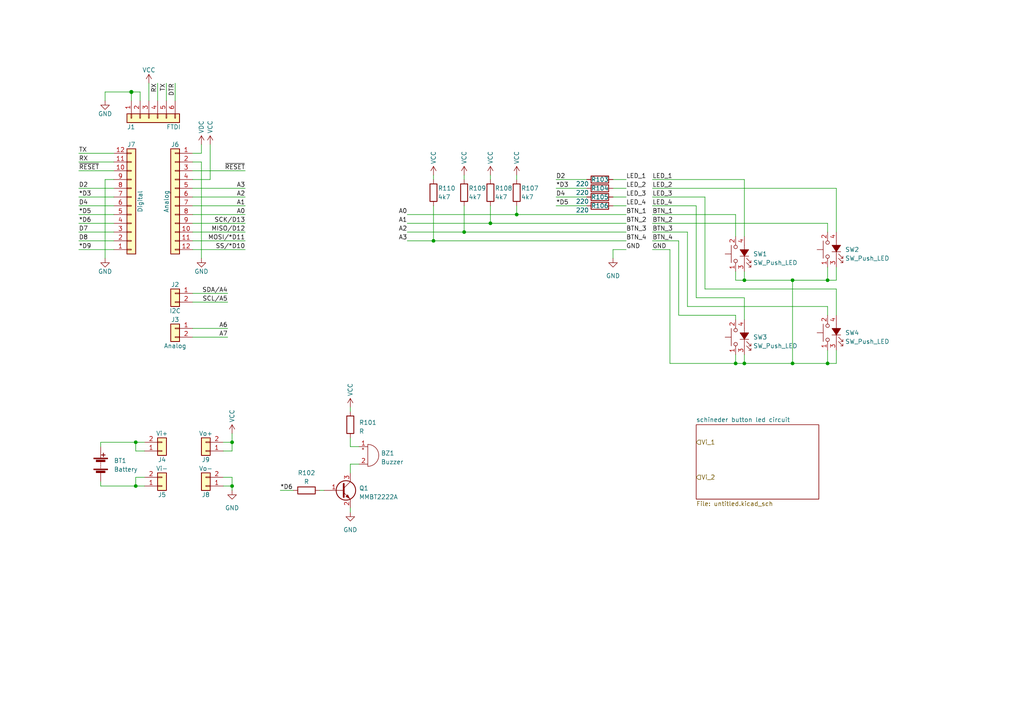
<source format=kicad_sch>
(kicad_sch (version 20230121) (generator eeschema)

  (uuid e63e39d7-6ac0-4ffd-8aa3-1841a4541b55)

  (paper "A4")

  (title_block
    (date "sam. 04 avril 2015")
  )

  (lib_symbols
    (symbol "Connector_Generic:Conn_01x02" (pin_names (offset 1.016) hide) (in_bom yes) (on_board yes)
      (property "Reference" "J" (at 0 2.54 0)
        (effects (font (size 1.27 1.27)))
      )
      (property "Value" "Conn_01x02" (at 0 -5.08 0)
        (effects (font (size 1.27 1.27)))
      )
      (property "Footprint" "" (at 0 0 0)
        (effects (font (size 1.27 1.27)) hide)
      )
      (property "Datasheet" "~" (at 0 0 0)
        (effects (font (size 1.27 1.27)) hide)
      )
      (property "ki_keywords" "connector" (at 0 0 0)
        (effects (font (size 1.27 1.27)) hide)
      )
      (property "ki_description" "Generic connector, single row, 01x02, script generated (kicad-library-utils/schlib/autogen/connector/)" (at 0 0 0)
        (effects (font (size 1.27 1.27)) hide)
      )
      (property "ki_fp_filters" "Connector*:*_1x??_*" (at 0 0 0)
        (effects (font (size 1.27 1.27)) hide)
      )
      (symbol "Conn_01x02_1_1"
        (rectangle (start -1.27 -2.413) (end 0 -2.667)
          (stroke (width 0.1524) (type default))
          (fill (type none))
        )
        (rectangle (start -1.27 0.127) (end 0 -0.127)
          (stroke (width 0.1524) (type default))
          (fill (type none))
        )
        (rectangle (start -1.27 1.27) (end 1.27 -3.81)
          (stroke (width 0.254) (type default))
          (fill (type background))
        )
        (pin passive line (at -5.08 0 0) (length 3.81)
          (name "Pin_1" (effects (font (size 1.27 1.27))))
          (number "1" (effects (font (size 1.27 1.27))))
        )
        (pin passive line (at -5.08 -2.54 0) (length 3.81)
          (name "Pin_2" (effects (font (size 1.27 1.27))))
          (number "2" (effects (font (size 1.27 1.27))))
        )
      )
    )
    (symbol "Connector_Generic:Conn_01x06" (pin_names (offset 1.016) hide) (in_bom yes) (on_board yes)
      (property "Reference" "J" (at 0 7.62 0)
        (effects (font (size 1.27 1.27)))
      )
      (property "Value" "Conn_01x06" (at 0 -10.16 0)
        (effects (font (size 1.27 1.27)))
      )
      (property "Footprint" "" (at 0 0 0)
        (effects (font (size 1.27 1.27)) hide)
      )
      (property "Datasheet" "~" (at 0 0 0)
        (effects (font (size 1.27 1.27)) hide)
      )
      (property "ki_keywords" "connector" (at 0 0 0)
        (effects (font (size 1.27 1.27)) hide)
      )
      (property "ki_description" "Generic connector, single row, 01x06, script generated (kicad-library-utils/schlib/autogen/connector/)" (at 0 0 0)
        (effects (font (size 1.27 1.27)) hide)
      )
      (property "ki_fp_filters" "Connector*:*_1x??_*" (at 0 0 0)
        (effects (font (size 1.27 1.27)) hide)
      )
      (symbol "Conn_01x06_1_1"
        (rectangle (start -1.27 -7.493) (end 0 -7.747)
          (stroke (width 0.1524) (type default))
          (fill (type none))
        )
        (rectangle (start -1.27 -4.953) (end 0 -5.207)
          (stroke (width 0.1524) (type default))
          (fill (type none))
        )
        (rectangle (start -1.27 -2.413) (end 0 -2.667)
          (stroke (width 0.1524) (type default))
          (fill (type none))
        )
        (rectangle (start -1.27 0.127) (end 0 -0.127)
          (stroke (width 0.1524) (type default))
          (fill (type none))
        )
        (rectangle (start -1.27 2.667) (end 0 2.413)
          (stroke (width 0.1524) (type default))
          (fill (type none))
        )
        (rectangle (start -1.27 5.207) (end 0 4.953)
          (stroke (width 0.1524) (type default))
          (fill (type none))
        )
        (rectangle (start -1.27 6.35) (end 1.27 -8.89)
          (stroke (width 0.254) (type default))
          (fill (type background))
        )
        (pin passive line (at -5.08 5.08 0) (length 3.81)
          (name "Pin_1" (effects (font (size 1.27 1.27))))
          (number "1" (effects (font (size 1.27 1.27))))
        )
        (pin passive line (at -5.08 2.54 0) (length 3.81)
          (name "Pin_2" (effects (font (size 1.27 1.27))))
          (number "2" (effects (font (size 1.27 1.27))))
        )
        (pin passive line (at -5.08 0 0) (length 3.81)
          (name "Pin_3" (effects (font (size 1.27 1.27))))
          (number "3" (effects (font (size 1.27 1.27))))
        )
        (pin passive line (at -5.08 -2.54 0) (length 3.81)
          (name "Pin_4" (effects (font (size 1.27 1.27))))
          (number "4" (effects (font (size 1.27 1.27))))
        )
        (pin passive line (at -5.08 -5.08 0) (length 3.81)
          (name "Pin_5" (effects (font (size 1.27 1.27))))
          (number "5" (effects (font (size 1.27 1.27))))
        )
        (pin passive line (at -5.08 -7.62 0) (length 3.81)
          (name "Pin_6" (effects (font (size 1.27 1.27))))
          (number "6" (effects (font (size 1.27 1.27))))
        )
      )
    )
    (symbol "Connector_Generic:Conn_01x12" (pin_names (offset 1.016) hide) (in_bom yes) (on_board yes)
      (property "Reference" "J" (at 0 15.24 0)
        (effects (font (size 1.27 1.27)))
      )
      (property "Value" "Conn_01x12" (at 0 -17.78 0)
        (effects (font (size 1.27 1.27)))
      )
      (property "Footprint" "" (at 0 0 0)
        (effects (font (size 1.27 1.27)) hide)
      )
      (property "Datasheet" "~" (at 0 0 0)
        (effects (font (size 1.27 1.27)) hide)
      )
      (property "ki_keywords" "connector" (at 0 0 0)
        (effects (font (size 1.27 1.27)) hide)
      )
      (property "ki_description" "Generic connector, single row, 01x12, script generated (kicad-library-utils/schlib/autogen/connector/)" (at 0 0 0)
        (effects (font (size 1.27 1.27)) hide)
      )
      (property "ki_fp_filters" "Connector*:*_1x??_*" (at 0 0 0)
        (effects (font (size 1.27 1.27)) hide)
      )
      (symbol "Conn_01x12_1_1"
        (rectangle (start -1.27 -15.113) (end 0 -15.367)
          (stroke (width 0.1524) (type default))
          (fill (type none))
        )
        (rectangle (start -1.27 -12.573) (end 0 -12.827)
          (stroke (width 0.1524) (type default))
          (fill (type none))
        )
        (rectangle (start -1.27 -10.033) (end 0 -10.287)
          (stroke (width 0.1524) (type default))
          (fill (type none))
        )
        (rectangle (start -1.27 -7.493) (end 0 -7.747)
          (stroke (width 0.1524) (type default))
          (fill (type none))
        )
        (rectangle (start -1.27 -4.953) (end 0 -5.207)
          (stroke (width 0.1524) (type default))
          (fill (type none))
        )
        (rectangle (start -1.27 -2.413) (end 0 -2.667)
          (stroke (width 0.1524) (type default))
          (fill (type none))
        )
        (rectangle (start -1.27 0.127) (end 0 -0.127)
          (stroke (width 0.1524) (type default))
          (fill (type none))
        )
        (rectangle (start -1.27 2.667) (end 0 2.413)
          (stroke (width 0.1524) (type default))
          (fill (type none))
        )
        (rectangle (start -1.27 5.207) (end 0 4.953)
          (stroke (width 0.1524) (type default))
          (fill (type none))
        )
        (rectangle (start -1.27 7.747) (end 0 7.493)
          (stroke (width 0.1524) (type default))
          (fill (type none))
        )
        (rectangle (start -1.27 10.287) (end 0 10.033)
          (stroke (width 0.1524) (type default))
          (fill (type none))
        )
        (rectangle (start -1.27 12.827) (end 0 12.573)
          (stroke (width 0.1524) (type default))
          (fill (type none))
        )
        (rectangle (start -1.27 13.97) (end 1.27 -16.51)
          (stroke (width 0.254) (type default))
          (fill (type background))
        )
        (pin passive line (at -5.08 12.7 0) (length 3.81)
          (name "Pin_1" (effects (font (size 1.27 1.27))))
          (number "1" (effects (font (size 1.27 1.27))))
        )
        (pin passive line (at -5.08 -10.16 0) (length 3.81)
          (name "Pin_10" (effects (font (size 1.27 1.27))))
          (number "10" (effects (font (size 1.27 1.27))))
        )
        (pin passive line (at -5.08 -12.7 0) (length 3.81)
          (name "Pin_11" (effects (font (size 1.27 1.27))))
          (number "11" (effects (font (size 1.27 1.27))))
        )
        (pin passive line (at -5.08 -15.24 0) (length 3.81)
          (name "Pin_12" (effects (font (size 1.27 1.27))))
          (number "12" (effects (font (size 1.27 1.27))))
        )
        (pin passive line (at -5.08 10.16 0) (length 3.81)
          (name "Pin_2" (effects (font (size 1.27 1.27))))
          (number "2" (effects (font (size 1.27 1.27))))
        )
        (pin passive line (at -5.08 7.62 0) (length 3.81)
          (name "Pin_3" (effects (font (size 1.27 1.27))))
          (number "3" (effects (font (size 1.27 1.27))))
        )
        (pin passive line (at -5.08 5.08 0) (length 3.81)
          (name "Pin_4" (effects (font (size 1.27 1.27))))
          (number "4" (effects (font (size 1.27 1.27))))
        )
        (pin passive line (at -5.08 2.54 0) (length 3.81)
          (name "Pin_5" (effects (font (size 1.27 1.27))))
          (number "5" (effects (font (size 1.27 1.27))))
        )
        (pin passive line (at -5.08 0 0) (length 3.81)
          (name "Pin_6" (effects (font (size 1.27 1.27))))
          (number "6" (effects (font (size 1.27 1.27))))
        )
        (pin passive line (at -5.08 -2.54 0) (length 3.81)
          (name "Pin_7" (effects (font (size 1.27 1.27))))
          (number "7" (effects (font (size 1.27 1.27))))
        )
        (pin passive line (at -5.08 -5.08 0) (length 3.81)
          (name "Pin_8" (effects (font (size 1.27 1.27))))
          (number "8" (effects (font (size 1.27 1.27))))
        )
        (pin passive line (at -5.08 -7.62 0) (length 3.81)
          (name "Pin_9" (effects (font (size 1.27 1.27))))
          (number "9" (effects (font (size 1.27 1.27))))
        )
      )
    )
    (symbol "Device:Battery" (pin_numbers hide) (pin_names (offset 0) hide) (in_bom yes) (on_board yes)
      (property "Reference" "BT" (at 2.54 2.54 0)
        (effects (font (size 1.27 1.27)) (justify left))
      )
      (property "Value" "Battery" (at 2.54 0 0)
        (effects (font (size 1.27 1.27)) (justify left))
      )
      (property "Footprint" "" (at 0 1.524 90)
        (effects (font (size 1.27 1.27)) hide)
      )
      (property "Datasheet" "~" (at 0 1.524 90)
        (effects (font (size 1.27 1.27)) hide)
      )
      (property "ki_keywords" "batt voltage-source cell" (at 0 0 0)
        (effects (font (size 1.27 1.27)) hide)
      )
      (property "ki_description" "Multiple-cell battery" (at 0 0 0)
        (effects (font (size 1.27 1.27)) hide)
      )
      (symbol "Battery_0_1"
        (rectangle (start -2.032 -1.397) (end 2.032 -1.651)
          (stroke (width 0) (type default))
          (fill (type outline))
        )
        (rectangle (start -2.032 1.778) (end 2.032 1.524)
          (stroke (width 0) (type default))
          (fill (type outline))
        )
        (rectangle (start -1.3208 -1.9812) (end 1.27 -2.4892)
          (stroke (width 0) (type default))
          (fill (type outline))
        )
        (rectangle (start -1.3208 1.1938) (end 1.27 0.6858)
          (stroke (width 0) (type default))
          (fill (type outline))
        )
        (polyline
          (pts
            (xy 0 -1.524)
            (xy 0 -1.27)
          )
          (stroke (width 0) (type default))
          (fill (type none))
        )
        (polyline
          (pts
            (xy 0 -1.016)
            (xy 0 -0.762)
          )
          (stroke (width 0) (type default))
          (fill (type none))
        )
        (polyline
          (pts
            (xy 0 -0.508)
            (xy 0 -0.254)
          )
          (stroke (width 0) (type default))
          (fill (type none))
        )
        (polyline
          (pts
            (xy 0 0)
            (xy 0 0.254)
          )
          (stroke (width 0) (type default))
          (fill (type none))
        )
        (polyline
          (pts
            (xy 0 0.508)
            (xy 0 0.762)
          )
          (stroke (width 0) (type default))
          (fill (type none))
        )
        (polyline
          (pts
            (xy 0 1.778)
            (xy 0 2.54)
          )
          (stroke (width 0) (type default))
          (fill (type none))
        )
        (polyline
          (pts
            (xy 0.254 2.667)
            (xy 1.27 2.667)
          )
          (stroke (width 0.254) (type default))
          (fill (type none))
        )
        (polyline
          (pts
            (xy 0.762 3.175)
            (xy 0.762 2.159)
          )
          (stroke (width 0.254) (type default))
          (fill (type none))
        )
      )
      (symbol "Battery_1_1"
        (pin passive line (at 0 5.08 270) (length 2.54)
          (name "+" (effects (font (size 1.27 1.27))))
          (number "1" (effects (font (size 1.27 1.27))))
        )
        (pin passive line (at 0 -5.08 90) (length 2.54)
          (name "-" (effects (font (size 1.27 1.27))))
          (number "2" (effects (font (size 1.27 1.27))))
        )
      )
    )
    (symbol "Device:Buzzer" (pin_names (offset 0.0254) hide) (in_bom yes) (on_board yes)
      (property "Reference" "BZ" (at 3.81 1.27 0)
        (effects (font (size 1.27 1.27)) (justify left))
      )
      (property "Value" "Buzzer" (at 3.81 -1.27 0)
        (effects (font (size 1.27 1.27)) (justify left))
      )
      (property "Footprint" "" (at -0.635 2.54 90)
        (effects (font (size 1.27 1.27)) hide)
      )
      (property "Datasheet" "~" (at -0.635 2.54 90)
        (effects (font (size 1.27 1.27)) hide)
      )
      (property "ki_keywords" "quartz resonator ceramic" (at 0 0 0)
        (effects (font (size 1.27 1.27)) hide)
      )
      (property "ki_description" "Buzzer, polarized" (at 0 0 0)
        (effects (font (size 1.27 1.27)) hide)
      )
      (property "ki_fp_filters" "*Buzzer*" (at 0 0 0)
        (effects (font (size 1.27 1.27)) hide)
      )
      (symbol "Buzzer_0_1"
        (arc (start 0 -3.175) (mid 3.1612 0) (end 0 3.175)
          (stroke (width 0) (type default))
          (fill (type none))
        )
        (polyline
          (pts
            (xy -1.651 1.905)
            (xy -1.143 1.905)
          )
          (stroke (width 0) (type default))
          (fill (type none))
        )
        (polyline
          (pts
            (xy -1.397 2.159)
            (xy -1.397 1.651)
          )
          (stroke (width 0) (type default))
          (fill (type none))
        )
        (polyline
          (pts
            (xy 0 3.175)
            (xy 0 -3.175)
          )
          (stroke (width 0) (type default))
          (fill (type none))
        )
      )
      (symbol "Buzzer_1_1"
        (pin passive line (at -2.54 2.54 0) (length 2.54)
          (name "-" (effects (font (size 1.27 1.27))))
          (number "1" (effects (font (size 1.27 1.27))))
        )
        (pin passive line (at -2.54 -2.54 0) (length 2.54)
          (name "+" (effects (font (size 1.27 1.27))))
          (number "2" (effects (font (size 1.27 1.27))))
        )
      )
    )
    (symbol "Device:R" (pin_numbers hide) (pin_names (offset 0)) (in_bom yes) (on_board yes)
      (property "Reference" "R" (at 2.032 0 90)
        (effects (font (size 1.27 1.27)))
      )
      (property "Value" "R" (at 0 0 90)
        (effects (font (size 1.27 1.27)))
      )
      (property "Footprint" "" (at -1.778 0 90)
        (effects (font (size 1.27 1.27)) hide)
      )
      (property "Datasheet" "~" (at 0 0 0)
        (effects (font (size 1.27 1.27)) hide)
      )
      (property "ki_keywords" "R res resistor" (at 0 0 0)
        (effects (font (size 1.27 1.27)) hide)
      )
      (property "ki_description" "Resistor" (at 0 0 0)
        (effects (font (size 1.27 1.27)) hide)
      )
      (property "ki_fp_filters" "R_*" (at 0 0 0)
        (effects (font (size 1.27 1.27)) hide)
      )
      (symbol "R_0_1"
        (rectangle (start -1.016 -2.54) (end 1.016 2.54)
          (stroke (width 0.254) (type default))
          (fill (type none))
        )
      )
      (symbol "R_1_1"
        (pin passive line (at 0 3.81 270) (length 1.27)
          (name "~" (effects (font (size 1.27 1.27))))
          (number "1" (effects (font (size 1.27 1.27))))
        )
        (pin passive line (at 0 -3.81 90) (length 1.27)
          (name "~" (effects (font (size 1.27 1.27))))
          (number "2" (effects (font (size 1.27 1.27))))
        )
      )
    )
    (symbol "GND_1" (power) (pin_names (offset 0)) (in_bom yes) (on_board yes)
      (property "Reference" "#PWR" (at 0 -6.35 0)
        (effects (font (size 1.27 1.27)) hide)
      )
      (property "Value" "GND_1" (at 0 -3.81 0)
        (effects (font (size 1.27 1.27)))
      )
      (property "Footprint" "" (at 0 0 0)
        (effects (font (size 1.27 1.27)) hide)
      )
      (property "Datasheet" "" (at 0 0 0)
        (effects (font (size 1.27 1.27)) hide)
      )
      (property "ki_keywords" "global power" (at 0 0 0)
        (effects (font (size 1.27 1.27)) hide)
      )
      (property "ki_description" "Power symbol creates a global label with name \"GND\" , ground" (at 0 0 0)
        (effects (font (size 1.27 1.27)) hide)
      )
      (symbol "GND_1_0_1"
        (polyline
          (pts
            (xy 0 0)
            (xy 0 -1.27)
            (xy 1.27 -1.27)
            (xy 0 -2.54)
            (xy -1.27 -1.27)
            (xy 0 -1.27)
          )
          (stroke (width 0) (type default))
          (fill (type none))
        )
      )
      (symbol "GND_1_1_1"
        (pin power_in line (at 0 0 270) (length 0) hide
          (name "GND" (effects (font (size 1.27 1.27))))
          (number "1" (effects (font (size 1.27 1.27))))
        )
      )
    )
    (symbol "Switch:SW_Push_LED" (pin_names (offset 1.016) hide) (in_bom yes) (on_board yes)
      (property "Reference" "SW" (at 0.635 5.715 0)
        (effects (font (size 1.27 1.27)) (justify left))
      )
      (property "Value" "SW_Push_LED" (at 0 -3.175 0)
        (effects (font (size 1.27 1.27)))
      )
      (property "Footprint" "" (at 0 7.62 0)
        (effects (font (size 1.27 1.27)) hide)
      )
      (property "Datasheet" "~" (at 0 7.62 0)
        (effects (font (size 1.27 1.27)) hide)
      )
      (property "ki_keywords" "switch normally-open pushbutton push-button LED" (at 0 0 0)
        (effects (font (size 1.27 1.27)) hide)
      )
      (property "ki_description" "Push button switch with LED, generic" (at 0 0 0)
        (effects (font (size 1.27 1.27)) hide)
      )
      (symbol "SW_Push_LED_0_0"
        (polyline
          (pts
            (xy -3.81 -1.905)
            (xy -2.54 -0.635)
          )
          (stroke (width 0) (type default))
          (fill (type none))
        )
        (polyline
          (pts
            (xy -2.54 -1.905)
            (xy -1.27 -0.635)
          )
          (stroke (width 0) (type default))
          (fill (type none))
        )
        (polyline
          (pts
            (xy -2.54 0)
            (xy 2.54 0)
          )
          (stroke (width 0) (type default))
          (fill (type none))
        )
        (polyline
          (pts
            (xy -0.635 1.27)
            (xy -0.635 -1.27)
          )
          (stroke (width 0) (type default))
          (fill (type none))
        )
        (polyline
          (pts
            (xy -3.81 -1.27)
            (xy -3.81 -1.905)
            (xy -3.175 -1.905)
          )
          (stroke (width 0) (type default))
          (fill (type none))
        )
        (polyline
          (pts
            (xy -2.54 -1.27)
            (xy -2.54 -1.905)
            (xy -1.905 -1.905)
          )
          (stroke (width 0) (type default))
          (fill (type none))
        )
        (polyline
          (pts
            (xy -0.635 0)
            (xy 1.27 1.27)
            (xy 1.27 -1.27)
            (xy -0.635 0)
          )
          (stroke (width 0) (type default))
          (fill (type outline))
        )
      )
      (symbol "SW_Push_LED_0_1"
        (circle (center -2.032 2.54) (radius 0.508)
          (stroke (width 0) (type default))
          (fill (type none))
        )
        (polyline
          (pts
            (xy 0 3.81)
            (xy 0 5.588)
          )
          (stroke (width 0) (type default))
          (fill (type none))
        )
        (polyline
          (pts
            (xy 2.54 3.81)
            (xy -2.54 3.81)
          )
          (stroke (width 0) (type default))
          (fill (type none))
        )
        (circle (center 2.032 2.54) (radius 0.508)
          (stroke (width 0) (type default))
          (fill (type none))
        )
        (pin passive line (at -5.08 2.54 0) (length 2.54)
          (name "1" (effects (font (size 1.27 1.27))))
          (number "1" (effects (font (size 1.27 1.27))))
        )
        (pin passive line (at 5.08 2.54 180) (length 2.54)
          (name "2" (effects (font (size 1.27 1.27))))
          (number "2" (effects (font (size 1.27 1.27))))
        )
        (pin passive line (at -5.08 0 0) (length 2.54)
          (name "K" (effects (font (size 1.27 1.27))))
          (number "3" (effects (font (size 1.27 1.27))))
        )
        (pin passive line (at 5.08 0 180) (length 2.54)
          (name "A" (effects (font (size 1.27 1.27))))
          (number "4" (effects (font (size 1.27 1.27))))
        )
      )
    )
    (symbol "Transistor_BJT:MMBT3904" (pin_names (offset 0) hide) (in_bom yes) (on_board yes)
      (property "Reference" "Q" (at 5.08 1.905 0)
        (effects (font (size 1.27 1.27)) (justify left))
      )
      (property "Value" "MMBT3904" (at 5.08 0 0)
        (effects (font (size 1.27 1.27)) (justify left))
      )
      (property "Footprint" "Package_TO_SOT_SMD:SOT-23" (at 5.08 -1.905 0)
        (effects (font (size 1.27 1.27) italic) (justify left) hide)
      )
      (property "Datasheet" "https://www.onsemi.com/pub/Collateral/2N3903-D.PDF" (at 0 0 0)
        (effects (font (size 1.27 1.27)) (justify left) hide)
      )
      (property "ki_keywords" "NPN Transistor" (at 0 0 0)
        (effects (font (size 1.27 1.27)) hide)
      )
      (property "ki_description" "0.2A Ic, 40V Vce, Small Signal NPN Transistor, SOT-23" (at 0 0 0)
        (effects (font (size 1.27 1.27)) hide)
      )
      (property "ki_fp_filters" "SOT?23*" (at 0 0 0)
        (effects (font (size 1.27 1.27)) hide)
      )
      (symbol "MMBT3904_0_1"
        (polyline
          (pts
            (xy 0.635 0.635)
            (xy 2.54 2.54)
          )
          (stroke (width 0) (type default))
          (fill (type none))
        )
        (polyline
          (pts
            (xy 0.635 -0.635)
            (xy 2.54 -2.54)
            (xy 2.54 -2.54)
          )
          (stroke (width 0) (type default))
          (fill (type none))
        )
        (polyline
          (pts
            (xy 0.635 1.905)
            (xy 0.635 -1.905)
            (xy 0.635 -1.905)
          )
          (stroke (width 0.508) (type default))
          (fill (type none))
        )
        (polyline
          (pts
            (xy 1.27 -1.778)
            (xy 1.778 -1.27)
            (xy 2.286 -2.286)
            (xy 1.27 -1.778)
            (xy 1.27 -1.778)
          )
          (stroke (width 0) (type default))
          (fill (type outline))
        )
        (circle (center 1.27 0) (radius 2.8194)
          (stroke (width 0.254) (type default))
          (fill (type none))
        )
      )
      (symbol "MMBT3904_1_1"
        (pin input line (at -5.08 0 0) (length 5.715)
          (name "B" (effects (font (size 1.27 1.27))))
          (number "1" (effects (font (size 1.27 1.27))))
        )
        (pin passive line (at 2.54 -5.08 90) (length 2.54)
          (name "E" (effects (font (size 1.27 1.27))))
          (number "2" (effects (font (size 1.27 1.27))))
        )
        (pin passive line (at 2.54 5.08 270) (length 2.54)
          (name "C" (effects (font (size 1.27 1.27))))
          (number "3" (effects (font (size 1.27 1.27))))
        )
      )
    )
    (symbol "power:GND" (power) (pin_names (offset 0)) (in_bom yes) (on_board yes)
      (property "Reference" "#PWR" (at 0 -6.35 0)
        (effects (font (size 1.27 1.27)) hide)
      )
      (property "Value" "GND" (at 0 -3.81 0)
        (effects (font (size 1.27 1.27)))
      )
      (property "Footprint" "" (at 0 0 0)
        (effects (font (size 1.27 1.27)) hide)
      )
      (property "Datasheet" "" (at 0 0 0)
        (effects (font (size 1.27 1.27)) hide)
      )
      (property "ki_keywords" "power-flag" (at 0 0 0)
        (effects (font (size 1.27 1.27)) hide)
      )
      (property "ki_description" "Power symbol creates a global label with name \"GND\" , ground" (at 0 0 0)
        (effects (font (size 1.27 1.27)) hide)
      )
      (symbol "GND_0_1"
        (polyline
          (pts
            (xy 0 0)
            (xy 0 -1.27)
            (xy 1.27 -1.27)
            (xy 0 -2.54)
            (xy -1.27 -1.27)
            (xy 0 -1.27)
          )
          (stroke (width 0) (type default))
          (fill (type none))
        )
      )
      (symbol "GND_1_1"
        (pin power_in line (at 0 0 270) (length 0) hide
          (name "GND" (effects (font (size 1.27 1.27))))
          (number "1" (effects (font (size 1.27 1.27))))
        )
      )
    )
    (symbol "power:VCC" (power) (pin_names (offset 0)) (in_bom yes) (on_board yes)
      (property "Reference" "#PWR" (at 0 -3.81 0)
        (effects (font (size 1.27 1.27)) hide)
      )
      (property "Value" "VCC" (at 0 3.81 0)
        (effects (font (size 1.27 1.27)))
      )
      (property "Footprint" "" (at 0 0 0)
        (effects (font (size 1.27 1.27)) hide)
      )
      (property "Datasheet" "" (at 0 0 0)
        (effects (font (size 1.27 1.27)) hide)
      )
      (property "ki_keywords" "power-flag" (at 0 0 0)
        (effects (font (size 1.27 1.27)) hide)
      )
      (property "ki_description" "Power symbol creates a global label with name \"VCC\"" (at 0 0 0)
        (effects (font (size 1.27 1.27)) hide)
      )
      (symbol "VCC_0_1"
        (polyline
          (pts
            (xy -0.762 1.27)
            (xy 0 2.54)
          )
          (stroke (width 0) (type default))
          (fill (type none))
        )
        (polyline
          (pts
            (xy 0 0)
            (xy 0 2.54)
          )
          (stroke (width 0) (type default))
          (fill (type none))
        )
        (polyline
          (pts
            (xy 0 2.54)
            (xy 0.762 1.27)
          )
          (stroke (width 0) (type default))
          (fill (type none))
        )
      )
      (symbol "VCC_1_1"
        (pin power_in line (at 0 0 90) (length 0) hide
          (name "VCC" (effects (font (size 1.27 1.27))))
          (number "1" (effects (font (size 1.27 1.27))))
        )
      )
    )
    (symbol "power:VDC" (power) (pin_names (offset 0)) (in_bom yes) (on_board yes)
      (property "Reference" "#PWR" (at 0 -2.54 0)
        (effects (font (size 1.27 1.27)) hide)
      )
      (property "Value" "VDC" (at 0 6.35 0)
        (effects (font (size 1.27 1.27)))
      )
      (property "Footprint" "" (at 0 0 0)
        (effects (font (size 1.27 1.27)) hide)
      )
      (property "Datasheet" "" (at 0 0 0)
        (effects (font (size 1.27 1.27)) hide)
      )
      (property "ki_keywords" "power-flag" (at 0 0 0)
        (effects (font (size 1.27 1.27)) hide)
      )
      (property "ki_description" "Power symbol creates a global label with name \"VDC\"" (at 0 0 0)
        (effects (font (size 1.27 1.27)) hide)
      )
      (symbol "VDC_0_1"
        (polyline
          (pts
            (xy -0.762 1.27)
            (xy 0 2.54)
          )
          (stroke (width 0) (type default))
          (fill (type none))
        )
        (polyline
          (pts
            (xy 0 0)
            (xy 0 2.54)
          )
          (stroke (width 0) (type default))
          (fill (type none))
        )
        (polyline
          (pts
            (xy 0 2.54)
            (xy 0.762 1.27)
          )
          (stroke (width 0) (type default))
          (fill (type none))
        )
      )
      (symbol "VDC_1_1"
        (pin power_in line (at 0 0 90) (length 0) hide
          (name "VDC" (effects (font (size 1.27 1.27))))
          (number "1" (effects (font (size 1.27 1.27))))
        )
      )
    )
  )

  (junction (at 213.36 105.41) (diameter 0) (color 0 0 0 0)
    (uuid 2267b26a-6d64-47b7-adcb-e358a0e1e292)
  )
  (junction (at 215.9 81.28) (diameter 0) (color 0 0 0 0)
    (uuid 2c3a85c3-21e2-47b7-a18a-05a312964d25)
  )
  (junction (at 38.1 26.67) (diameter 1.016) (color 0 0 0 0)
    (uuid 48f827a8-6e22-4a2e-abdc-c2a03098d883)
  )
  (junction (at 67.31 140.97) (diameter 0) (color 0 0 0 0)
    (uuid 6ab26770-c9f9-48b6-8127-9b385922be07)
  )
  (junction (at 125.73 69.85) (diameter 0) (color 0 0 0 0)
    (uuid 88b29ec1-8b9d-4a24-a4d7-c58de889753d)
  )
  (junction (at 240.03 105.41) (diameter 0) (color 0 0 0 0)
    (uuid 891d764a-b86b-4620-97a6-7ba64529ec0a)
  )
  (junction (at 229.87 105.41) (diameter 0) (color 0 0 0 0)
    (uuid 8bf4f7d1-c701-4cf4-88cb-54e97928535f)
  )
  (junction (at 229.87 81.28) (diameter 0) (color 0 0 0 0)
    (uuid ac91bc86-3604-4a6e-9b70-b80ecbc937ca)
  )
  (junction (at 240.03 81.28) (diameter 0) (color 0 0 0 0)
    (uuid ae57cbfe-8828-4e79-9412-903304a2ff1e)
  )
  (junction (at 39.37 128.27) (diameter 0) (color 0 0 0 0)
    (uuid bb7aaf3c-1c40-435b-b16f-64ce93cfa5f8)
  )
  (junction (at 67.31 128.27) (diameter 0) (color 0 0 0 0)
    (uuid bcf999ab-3e82-4518-a405-38c2a516695d)
  )
  (junction (at 39.37 140.97) (diameter 0) (color 0 0 0 0)
    (uuid d32db0d3-f066-481c-b874-b83de1649002)
  )
  (junction (at 215.9 105.41) (diameter 0) (color 0 0 0 0)
    (uuid d3e50512-6be2-42ff-a641-1030346571a0)
  )
  (junction (at 149.86 62.23) (diameter 0) (color 0 0 0 0)
    (uuid d7460eb3-ff1f-4792-9544-e851a649fe37)
  )
  (junction (at 142.24 64.77) (diameter 0) (color 0 0 0 0)
    (uuid e1e01bf6-b7e5-49fb-b2e8-3e707f346249)
  )
  (junction (at 134.62 67.31) (diameter 0) (color 0 0 0 0)
    (uuid f510654c-3e77-4113-b630-d9dcb7658b54)
  )

  (wire (pts (xy 48.26 24.13) (xy 48.26 29.21))
    (stroke (width 0) (type solid))
    (uuid 0425ada3-10f1-41d1-8da7-e2461ffb393f)
  )
  (wire (pts (xy 215.9 68.58) (xy 215.9 52.07))
    (stroke (width 0) (type default))
    (uuid 043077d4-13d6-45b8-a7f6-e6291608145f)
  )
  (wire (pts (xy 39.37 130.81) (xy 39.37 128.27))
    (stroke (width 0) (type default))
    (uuid 07b76772-8c28-4c83-8a95-00132ab62b28)
  )
  (wire (pts (xy 29.21 128.27) (xy 39.37 128.27))
    (stroke (width 0) (type default))
    (uuid 07c52e01-53f5-4096-aed8-73523c619056)
  )
  (wire (pts (xy 92.71 142.24) (xy 93.98 142.24))
    (stroke (width 0) (type default))
    (uuid 0841f4ea-715f-48f2-b3f7-d95c8a5dc9b4)
  )
  (wire (pts (xy 55.88 44.45) (xy 58.42 44.45))
    (stroke (width 0) (type solid))
    (uuid 096389e9-2953-4ccb-bfef-52f381e75e7f)
  )
  (wire (pts (xy 58.42 41.91) (xy 58.42 44.45))
    (stroke (width 0) (type solid))
    (uuid 096389e9-2953-4ccb-bfef-52f381e75e80)
  )
  (wire (pts (xy 242.57 105.41) (xy 242.57 101.6))
    (stroke (width 0) (type default))
    (uuid 0a00f903-6d5d-4f33-bc6b-a97df71ec8ce)
  )
  (wire (pts (xy 67.31 130.81) (xy 64.77 130.81))
    (stroke (width 0) (type default))
    (uuid 0ac7cbc0-78b1-40c3-abd3-f77c408da094)
  )
  (wire (pts (xy 29.21 140.97) (xy 39.37 140.97))
    (stroke (width 0) (type default))
    (uuid 0b99f947-2add-4462-b7fa-65e371836894)
  )
  (wire (pts (xy 22.86 69.85) (xy 33.02 69.85))
    (stroke (width 0) (type solid))
    (uuid 0bbee4ff-f8dd-4d9c-a697-f79d61fe90a0)
  )
  (wire (pts (xy 101.6 134.62) (xy 104.14 134.62))
    (stroke (width 0) (type default))
    (uuid 0df3bf0a-6fdb-4322-ac83-e2e9587e7165)
  )
  (wire (pts (xy 189.23 59.69) (xy 201.93 59.69))
    (stroke (width 0) (type default))
    (uuid 0e6f5505-3cf6-4d94-949a-01229c8bbf74)
  )
  (wire (pts (xy 196.85 91.44) (xy 196.85 69.85))
    (stroke (width 0) (type default))
    (uuid 0ebb6f40-3464-4b09-80a4-f061ecc9829f)
  )
  (wire (pts (xy 39.37 140.97) (xy 41.91 140.97))
    (stroke (width 0) (type default))
    (uuid 0f9b9a1b-bb01-475b-9b18-36f6b21dbc4b)
  )
  (wire (pts (xy 30.48 52.07) (xy 30.48 74.93))
    (stroke (width 0) (type solid))
    (uuid 1042fe0f-1d37-4249-9c4b-1842e286b497)
  )
  (wire (pts (xy 242.57 83.82) (xy 204.47 83.82))
    (stroke (width 0) (type default))
    (uuid 125f403b-1236-46bc-9b5d-ea63d9d966f3)
  )
  (wire (pts (xy 189.23 57.15) (xy 204.47 57.15))
    (stroke (width 0) (type default))
    (uuid 132d3ef6-4692-4a13-91d1-dff4eb5fe7f4)
  )
  (wire (pts (xy 177.8 52.07) (xy 181.61 52.07))
    (stroke (width 0) (type default))
    (uuid 173650dd-f61a-40b7-b9a6-3e9cd9866fa0)
  )
  (wire (pts (xy 55.88 59.69) (xy 71.12 59.69))
    (stroke (width 0) (type solid))
    (uuid 17f39549-a17f-4842-af55-4fe2dbb0c1d1)
  )
  (wire (pts (xy 213.36 81.28) (xy 215.9 81.28))
    (stroke (width 0) (type default))
    (uuid 188c8fe6-43cf-4c80-8a6c-061490d7877f)
  )
  (wire (pts (xy 55.88 97.79) (xy 66.04 97.79))
    (stroke (width 0) (type solid))
    (uuid 1bc0ae92-96c5-4302-a7ee-e2386313f07b)
  )
  (wire (pts (xy 118.11 69.85) (xy 125.73 69.85))
    (stroke (width 0) (type default))
    (uuid 1c8c54b5-c607-49a3-bec9-2a1f135e3bda)
  )
  (wire (pts (xy 39.37 138.43) (xy 39.37 140.97))
    (stroke (width 0) (type default))
    (uuid 1d168be7-bb74-4ad1-a1f0-b92f9d2d418b)
  )
  (wire (pts (xy 215.9 78.74) (xy 215.9 81.28))
    (stroke (width 0) (type default))
    (uuid 1e7cc3c0-952e-4275-98ff-403f0e5906d6)
  )
  (wire (pts (xy 125.73 69.85) (xy 181.61 69.85))
    (stroke (width 0) (type default))
    (uuid 23e1bcfc-2bb7-4a45-a403-37e053de29bb)
  )
  (wire (pts (xy 125.73 50.8) (xy 125.73 52.07))
    (stroke (width 0) (type default))
    (uuid 272cec06-f8a2-46d4-a003-afeca1aab626)
  )
  (wire (pts (xy 55.88 72.39) (xy 71.12 72.39))
    (stroke (width 0) (type solid))
    (uuid 2869ad0e-b676-4419-b999-62323b83fc8a)
  )
  (wire (pts (xy 177.8 54.61) (xy 181.61 54.61))
    (stroke (width 0) (type default))
    (uuid 298daca4-3440-468e-a9b8-3f58e0b4dbdc)
  )
  (wire (pts (xy 201.93 86.36) (xy 201.93 59.69))
    (stroke (width 0) (type default))
    (uuid 2da73d93-fc27-49a8-a1b1-1f47895c8f53)
  )
  (wire (pts (xy 194.31 105.41) (xy 213.36 105.41))
    (stroke (width 0) (type default))
    (uuid 30c752ea-099a-4db7-ba86-33204e95af47)
  )
  (wire (pts (xy 55.88 69.85) (xy 71.12 69.85))
    (stroke (width 0) (type solid))
    (uuid 34a29515-a83d-4e4f-96aa-4e8fde0f0b75)
  )
  (wire (pts (xy 181.61 62.23) (xy 149.86 62.23))
    (stroke (width 0) (type default))
    (uuid 35454fbd-2be8-4383-b42d-5595078fc3ae)
  )
  (wire (pts (xy 58.42 46.99) (xy 58.42 74.93))
    (stroke (width 0) (type solid))
    (uuid 3563906f-aa20-4b26-9a40-0ad0aafc531a)
  )
  (wire (pts (xy 64.77 140.97) (xy 67.31 140.97))
    (stroke (width 0) (type default))
    (uuid 356e735b-67dc-4874-b10b-4d55df915203)
  )
  (wire (pts (xy 161.29 54.61) (xy 170.18 54.61))
    (stroke (width 0) (type default))
    (uuid 35a1d52a-f58e-4a28-a8b3-ad71caba3000)
  )
  (wire (pts (xy 38.1 26.67) (xy 38.1 29.21))
    (stroke (width 0) (type solid))
    (uuid 3aa61764-52dc-46b7-97ca-4a621d9d9173)
  )
  (wire (pts (xy 240.03 101.6) (xy 240.03 105.41))
    (stroke (width 0) (type default))
    (uuid 3dc57114-39af-4b56-af8b-4e1366ac3316)
  )
  (wire (pts (xy 67.31 128.27) (xy 67.31 130.81))
    (stroke (width 0) (type default))
    (uuid 3f86c83c-361b-4fe6-b973-4a925c21fe76)
  )
  (wire (pts (xy 29.21 139.7) (xy 29.21 140.97))
    (stroke (width 0) (type default))
    (uuid 431f65f3-e152-4d30-8ea3-24f8613d52b1)
  )
  (wire (pts (xy 55.88 54.61) (xy 71.12 54.61))
    (stroke (width 0) (type solid))
    (uuid 43885a5c-06d6-4d66-b185-29affd7ef90b)
  )
  (wire (pts (xy 67.31 142.24) (xy 67.31 140.97))
    (stroke (width 0) (type default))
    (uuid 4430e604-824e-4d56-a2e2-4a6b467336aa)
  )
  (wire (pts (xy 55.88 57.15) (xy 71.12 57.15))
    (stroke (width 0) (type solid))
    (uuid 448d1195-c4c2-42c8-84e1-78451b54a801)
  )
  (wire (pts (xy 60.96 41.91) (xy 60.96 52.07))
    (stroke (width 0) (type solid))
    (uuid 4778ed56-e538-4dbd-80e9-be8812323e7a)
  )
  (wire (pts (xy 242.57 81.28) (xy 240.03 81.28))
    (stroke (width 0) (type default))
    (uuid 4833e0fb-439c-4e8c-807a-b994dcce19e6)
  )
  (wire (pts (xy 240.03 91.44) (xy 240.03 88.9))
    (stroke (width 0) (type default))
    (uuid 4c12895b-f1cf-4061-b442-c2ab3abbfa85)
  )
  (wire (pts (xy 189.23 54.61) (xy 242.57 54.61))
    (stroke (width 0) (type default))
    (uuid 4e4ecec1-a2a7-4854-ab2b-4ed40ed92aba)
  )
  (wire (pts (xy 189.23 72.39) (xy 194.31 72.39))
    (stroke (width 0) (type default))
    (uuid 4f8afec4-1f83-48ba-9114-a16cc917e0f5)
  )
  (wire (pts (xy 213.36 91.44) (xy 196.85 91.44))
    (stroke (width 0) (type default))
    (uuid 5170b705-50ee-4685-9d29-358f850c10a8)
  )
  (wire (pts (xy 229.87 105.41) (xy 240.03 105.41))
    (stroke (width 0) (type default))
    (uuid 519627a8-a0bb-4674-a4c0-368b975a63c3)
  )
  (wire (pts (xy 30.48 26.67) (xy 30.48 29.21))
    (stroke (width 0) (type solid))
    (uuid 51d282e8-dc3a-4f50-a2aa-7171c16244af)
  )
  (wire (pts (xy 22.86 46.99) (xy 33.02 46.99))
    (stroke (width 0) (type solid))
    (uuid 524420b7-8d48-47dd-813d-3b53af66e745)
  )
  (wire (pts (xy 177.8 72.39) (xy 181.61 72.39))
    (stroke (width 0) (type default))
    (uuid 57b46b3a-52de-443d-b1f5-3242f101ab7d)
  )
  (wire (pts (xy 81.28 142.24) (xy 85.09 142.24))
    (stroke (width 0) (type default))
    (uuid 57f8f61f-86fd-4240-89ce-ec2e474510db)
  )
  (wire (pts (xy 142.24 64.77) (xy 181.61 64.77))
    (stroke (width 0) (type default))
    (uuid 59fc8b8a-b38a-42a3-9b27-7d06c67d119e)
  )
  (wire (pts (xy 55.88 52.07) (xy 60.96 52.07))
    (stroke (width 0) (type solid))
    (uuid 5dfcafeb-4394-4554-91d3-c1369b65bb05)
  )
  (wire (pts (xy 64.77 138.43) (xy 67.31 138.43))
    (stroke (width 0) (type default))
    (uuid 5eb6c59f-a6b0-4e6e-8b40-5077eaeb0c1e)
  )
  (wire (pts (xy 22.86 57.15) (xy 33.02 57.15))
    (stroke (width 0) (type solid))
    (uuid 62a7b42d-f811-495d-b852-67f2551200b3)
  )
  (wire (pts (xy 64.77 128.27) (xy 67.31 128.27))
    (stroke (width 0) (type default))
    (uuid 63c3769a-4bcc-4b23-8da1-face389bddf4)
  )
  (wire (pts (xy 149.86 50.8) (xy 149.86 52.07))
    (stroke (width 0) (type default))
    (uuid 63ca1344-aa3a-4636-be3b-ae7450a646e2)
  )
  (wire (pts (xy 22.86 44.45) (xy 33.02 44.45))
    (stroke (width 0) (type solid))
    (uuid 64071631-2728-473d-80d7-1a90cfab9d15)
  )
  (wire (pts (xy 30.48 52.07) (xy 33.02 52.07))
    (stroke (width 0) (type solid))
    (uuid 64afaf35-ef70-46f5-b116-8945fda9325a)
  )
  (wire (pts (xy 161.29 52.07) (xy 170.18 52.07))
    (stroke (width 0) (type default))
    (uuid 64ee9acf-36eb-4628-9f40-606132580efc)
  )
  (wire (pts (xy 215.9 86.36) (xy 201.93 86.36))
    (stroke (width 0) (type default))
    (uuid 65c08de9-b29c-4d56-a5c7-b99fe21afeee)
  )
  (wire (pts (xy 55.88 85.09) (xy 66.04 85.09))
    (stroke (width 0) (type solid))
    (uuid 672f354d-e8b3-4f22-ac00-698574f20d50)
  )
  (wire (pts (xy 229.87 81.28) (xy 215.9 81.28))
    (stroke (width 0) (type default))
    (uuid 67768683-2ac1-4600-8de3-a9f73f9264b5)
  )
  (wire (pts (xy 229.87 81.28) (xy 229.87 105.41))
    (stroke (width 0) (type default))
    (uuid 6855d6a9-df91-41b0-ac19-5e2cf3a6fe83)
  )
  (wire (pts (xy 55.88 62.23) (xy 71.12 62.23))
    (stroke (width 0) (type solid))
    (uuid 69c1341f-08d1-4787-b595-15932a40adf7)
  )
  (wire (pts (xy 240.03 81.28) (xy 229.87 81.28))
    (stroke (width 0) (type default))
    (uuid 6d214308-5ef8-4924-b76c-2f02ff664a3b)
  )
  (wire (pts (xy 67.31 125.73) (xy 67.31 128.27))
    (stroke (width 0) (type default))
    (uuid 70826dac-e19e-4130-a436-bb49de7281ce)
  )
  (wire (pts (xy 242.57 91.44) (xy 242.57 83.82))
    (stroke (width 0) (type default))
    (uuid 70fa8724-f368-4073-9b24-397fbeb900d5)
  )
  (wire (pts (xy 189.23 62.23) (xy 213.36 62.23))
    (stroke (width 0) (type default))
    (uuid 724ce60f-b758-40b0-bdcb-857091d2b087)
  )
  (wire (pts (xy 29.21 129.54) (xy 29.21 128.27))
    (stroke (width 0) (type default))
    (uuid 752cd26c-d40c-4f81-bae0-fbe1ffd3a222)
  )
  (wire (pts (xy 134.62 67.31) (xy 181.61 67.31))
    (stroke (width 0) (type default))
    (uuid 7544425a-6caf-4e5d-9707-389ef21232ab)
  )
  (wire (pts (xy 55.88 67.31) (xy 71.12 67.31))
    (stroke (width 0) (type solid))
    (uuid 756c50e1-95e2-431d-a399-fe2f0cd4d3bd)
  )
  (wire (pts (xy 43.18 24.13) (xy 43.18 29.21))
    (stroke (width 0) (type solid))
    (uuid 75c076a3-1a88-4628-9088-b765800dc04a)
  )
  (wire (pts (xy 142.24 50.8) (xy 142.24 52.07))
    (stroke (width 0) (type default))
    (uuid 79c70fe4-5c69-4b66-b953-bf0d2cb89443)
  )
  (wire (pts (xy 215.9 102.87) (xy 215.9 105.41))
    (stroke (width 0) (type default))
    (uuid 7a11f527-5908-42ba-afd8-9b73c4bb56f8)
  )
  (wire (pts (xy 240.03 67.31) (xy 240.03 64.77))
    (stroke (width 0) (type default))
    (uuid 7a12a632-0e78-4fc7-baa5-ba8188b2b915)
  )
  (wire (pts (xy 101.6 127) (xy 101.6 129.54))
    (stroke (width 0) (type default))
    (uuid 8554d7ba-3649-4c61-abaf-f6a4f753a5d0)
  )
  (wire (pts (xy 22.86 54.61) (xy 33.02 54.61))
    (stroke (width 0) (type solid))
    (uuid 874fd0bc-5cf6-4611-aa5d-781fbe2d477f)
  )
  (wire (pts (xy 22.86 72.39) (xy 33.02 72.39))
    (stroke (width 0) (type solid))
    (uuid 884efe47-e643-4d13-be61-b707689ff2be)
  )
  (wire (pts (xy 240.03 105.41) (xy 242.57 105.41))
    (stroke (width 0) (type default))
    (uuid 89e58543-f26f-4123-82d0-90f344a77b85)
  )
  (wire (pts (xy 177.8 59.69) (xy 181.61 59.69))
    (stroke (width 0) (type default))
    (uuid 8c4fdaa9-266f-4c41-bba4-1fb804741704)
  )
  (wire (pts (xy 30.48 26.67) (xy 38.1 26.67))
    (stroke (width 0) (type solid))
    (uuid 8c79f40d-8b8a-4e08-b843-9304189b6769)
  )
  (wire (pts (xy 40.64 26.67) (xy 38.1 26.67))
    (stroke (width 0) (type solid))
    (uuid 8c79f40d-8b8a-4e08-b843-9304189b676a)
  )
  (wire (pts (xy 40.64 29.21) (xy 40.64 26.67))
    (stroke (width 0) (type solid))
    (uuid 8c79f40d-8b8a-4e08-b843-9304189b676b)
  )
  (wire (pts (xy 204.47 83.82) (xy 204.47 57.15))
    (stroke (width 0) (type default))
    (uuid 8f25dd9f-23c8-415e-aaf5-a4e92f136eda)
  )
  (wire (pts (xy 242.57 77.47) (xy 242.57 81.28))
    (stroke (width 0) (type default))
    (uuid 8f9f2401-d144-4dbc-a05d-349f782a9cad)
  )
  (wire (pts (xy 213.36 78.74) (xy 213.36 81.28))
    (stroke (width 0) (type default))
    (uuid 90bf4758-fe42-4f16-9fda-67a75881c8c3)
  )
  (wire (pts (xy 101.6 147.32) (xy 101.6 148.59))
    (stroke (width 0) (type default))
    (uuid 98758289-c523-4a59-a68b-a54156f614b8)
  )
  (wire (pts (xy 213.36 105.41) (xy 215.9 105.41))
    (stroke (width 0) (type default))
    (uuid 9944a261-e509-4669-92bd-e85cffab19dd)
  )
  (wire (pts (xy 161.29 57.15) (xy 170.18 57.15))
    (stroke (width 0) (type default))
    (uuid 9b168d18-bb19-447d-9365-240b40174670)
  )
  (wire (pts (xy 41.91 130.81) (xy 39.37 130.81))
    (stroke (width 0) (type default))
    (uuid 9e2c97e7-da19-4893-a3cf-d51f177a6a5f)
  )
  (wire (pts (xy 177.8 74.93) (xy 177.8 72.39))
    (stroke (width 0) (type default))
    (uuid a0d3c063-8dac-4250-9628-5dab413a85fa)
  )
  (wire (pts (xy 242.57 67.31) (xy 242.57 54.61))
    (stroke (width 0) (type default))
    (uuid a354a595-5d4d-4519-b34c-8bf59968aa69)
  )
  (wire (pts (xy 101.6 137.16) (xy 101.6 134.62))
    (stroke (width 0) (type default))
    (uuid a3d5f4c1-d83f-4e22-ab57-a81301da6cc3)
  )
  (wire (pts (xy 134.62 59.69) (xy 134.62 67.31))
    (stroke (width 0) (type default))
    (uuid a4ac7d3c-cacf-49bf-8bb7-e60f502e8b65)
  )
  (wire (pts (xy 101.6 118.11) (xy 101.6 119.38))
    (stroke (width 0) (type default))
    (uuid a627f300-fe66-4e2a-9aa3-0e6a94c2e8cc)
  )
  (wire (pts (xy 22.86 59.69) (xy 33.02 59.69))
    (stroke (width 0) (type solid))
    (uuid a660f91d-aca1-420e-bd7b-0b7184a54743)
  )
  (wire (pts (xy 189.23 64.77) (xy 240.03 64.77))
    (stroke (width 0) (type default))
    (uuid a6febdc1-3956-4cc8-83bf-c9d7d48ffac0)
  )
  (wire (pts (xy 55.88 49.53) (xy 71.12 49.53))
    (stroke (width 0) (type solid))
    (uuid a84cfed0-7505-487b-873a-cef2ebbf547d)
  )
  (wire (pts (xy 194.31 105.41) (xy 194.31 72.39))
    (stroke (width 0) (type default))
    (uuid a8768f31-ab46-4dde-9dc9-19da97cd31e8)
  )
  (wire (pts (xy 22.86 64.77) (xy 33.02 64.77))
    (stroke (width 0) (type solid))
    (uuid abfeee82-544b-4999-adf6-9e091686cc35)
  )
  (wire (pts (xy 213.36 102.87) (xy 213.36 105.41))
    (stroke (width 0) (type default))
    (uuid ad2f1475-4e46-40a7-8a52-a9489aeed0f7)
  )
  (wire (pts (xy 213.36 68.58) (xy 213.36 62.23))
    (stroke (width 0) (type default))
    (uuid ae4c0275-4ccc-4e80-beab-d961db28a19f)
  )
  (wire (pts (xy 134.62 50.8) (xy 134.62 52.07))
    (stroke (width 0) (type default))
    (uuid b149ddb5-3287-4d97-99fd-4dcc7f2b5aaf)
  )
  (wire (pts (xy 240.03 88.9) (xy 199.39 88.9))
    (stroke (width 0) (type default))
    (uuid b4896fa3-76fd-42af-b793-62c3ac1ba4f7)
  )
  (wire (pts (xy 161.29 59.69) (xy 170.18 59.69))
    (stroke (width 0) (type default))
    (uuid b4e6bcb0-2c56-4052-8c02-004ea2f48b4f)
  )
  (wire (pts (xy 118.11 62.23) (xy 149.86 62.23))
    (stroke (width 0) (type default))
    (uuid c17d7b47-3b0c-4177-b81d-8de1408e3cb9)
  )
  (wire (pts (xy 22.86 62.23) (xy 33.02 62.23))
    (stroke (width 0) (type solid))
    (uuid c2c070dd-52bd-4f90-b0c3-4d35c3c9407f)
  )
  (wire (pts (xy 55.88 95.25) (xy 66.04 95.25))
    (stroke (width 0) (type solid))
    (uuid c6c22851-f75e-4ade-9e2a-c11a9aac6efd)
  )
  (wire (pts (xy 125.73 59.69) (xy 125.73 69.85))
    (stroke (width 0) (type default))
    (uuid c81f8b07-ca35-4359-92fd-5b0d121f782a)
  )
  (wire (pts (xy 149.86 62.23) (xy 149.86 59.69))
    (stroke (width 0) (type default))
    (uuid cd35c800-27ac-4102-9581-478054e827f5)
  )
  (wire (pts (xy 22.86 67.31) (xy 33.02 67.31))
    (stroke (width 0) (type solid))
    (uuid cd91db79-4320-4e89-9d5e-f1bd38b27322)
  )
  (wire (pts (xy 189.23 67.31) (xy 199.39 67.31))
    (stroke (width 0) (type default))
    (uuid ce12e692-7929-40bf-ba29-ccd6b9861ab3)
  )
  (wire (pts (xy 55.88 87.63) (xy 66.04 87.63))
    (stroke (width 0) (type solid))
    (uuid cf237796-627a-4338-ab28-c0ccdc23aac2)
  )
  (wire (pts (xy 67.31 138.43) (xy 67.31 140.97))
    (stroke (width 0) (type default))
    (uuid dab77a55-c82a-4693-9e38-c3da75241255)
  )
  (wire (pts (xy 55.88 64.77) (xy 71.12 64.77))
    (stroke (width 0) (type solid))
    (uuid dd251db1-e902-4e78-8700-9220e9724aca)
  )
  (wire (pts (xy 41.91 138.43) (xy 39.37 138.43))
    (stroke (width 0) (type default))
    (uuid dec71de0-1ed7-4b95-859f-e7a923cd2e9e)
  )
  (wire (pts (xy 101.6 129.54) (xy 104.14 129.54))
    (stroke (width 0) (type default))
    (uuid e2d02da6-3b33-42f3-897c-c0dd1cb48921)
  )
  (wire (pts (xy 189.23 69.85) (xy 196.85 69.85))
    (stroke (width 0) (type default))
    (uuid e4859f3c-5281-4948-9732-fb2b95b8a5a0)
  )
  (wire (pts (xy 118.11 64.77) (xy 142.24 64.77))
    (stroke (width 0) (type default))
    (uuid e5d19bbd-0807-445a-bb73-9aaf78d38e5e)
  )
  (wire (pts (xy 45.72 24.13) (xy 45.72 29.21))
    (stroke (width 0) (type solid))
    (uuid e5f2dce9-7122-4a18-8273-048890862b63)
  )
  (wire (pts (xy 215.9 92.71) (xy 215.9 86.36))
    (stroke (width 0) (type default))
    (uuid e8150a5a-16ae-4e58-aeac-c9acd39f9e60)
  )
  (wire (pts (xy 55.88 46.99) (xy 58.42 46.99))
    (stroke (width 0) (type solid))
    (uuid e8434b62-f86f-427c-95c0-0432f5ab1eba)
  )
  (wire (pts (xy 50.8 24.13) (xy 50.8 29.21))
    (stroke (width 0) (type solid))
    (uuid e9790ffd-8c01-4d92-8f36-32458fc02f86)
  )
  (wire (pts (xy 142.24 59.69) (xy 142.24 64.77))
    (stroke (width 0) (type default))
    (uuid e987232f-4eb0-4982-b5d6-d05204aa17ae)
  )
  (wire (pts (xy 177.8 57.15) (xy 181.61 57.15))
    (stroke (width 0) (type default))
    (uuid ea1ebb81-c18d-44de-8f98-5ad71586bd51)
  )
  (wire (pts (xy 189.23 52.07) (xy 215.9 52.07))
    (stroke (width 0) (type default))
    (uuid eee7629f-a883-449f-a2bc-acddd75fdb31)
  )
  (wire (pts (xy 240.03 77.47) (xy 240.03 81.28))
    (stroke (width 0) (type default))
    (uuid f1f483cc-dcad-494c-87cc-2f4abbaf44bf)
  )
  (wire (pts (xy 22.86 49.53) (xy 33.02 49.53))
    (stroke (width 0) (type solid))
    (uuid f27576dd-c841-4318-8ad1-951772420146)
  )
  (wire (pts (xy 215.9 105.41) (xy 229.87 105.41))
    (stroke (width 0) (type default))
    (uuid f46f95bd-d323-40ef-b5bc-0074530b1892)
  )
  (wire (pts (xy 199.39 88.9) (xy 199.39 67.31))
    (stroke (width 0) (type default))
    (uuid f576babd-3842-4999-a751-d693ddcaa8fd)
  )
  (wire (pts (xy 39.37 128.27) (xy 41.91 128.27))
    (stroke (width 0) (type default))
    (uuid fbfc5be8-9468-4da0-99b1-f70074106f7f)
  )
  (wire (pts (xy 118.11 67.31) (xy 134.62 67.31))
    (stroke (width 0) (type default))
    (uuid fefdea16-cac7-4e73-a69b-973cfaf43671)
  )
  (wire (pts (xy 213.36 92.71) (xy 213.36 91.44))
    (stroke (width 0) (type default))
    (uuid ff50a829-7d76-4ae7-a345-db6d039630a9)
  )

  (label "LED_4" (at 181.61 59.69 0) (fields_autoplaced)
    (effects (font (size 1.27 1.27)) (justify left bottom))
    (uuid 0bf605f7-0955-4491-8c23-0fa52396ea81)
  )
  (label "D4" (at 22.86 59.69 0) (fields_autoplaced)
    (effects (font (size 1.27 1.27)) (justify left bottom))
    (uuid 0de5cd6e-18cc-4586-a428-ffa262c72cd0)
  )
  (label "MISO{slash}D12" (at 71.12 67.31 180) (fields_autoplaced)
    (effects (font (size 1.27 1.27)) (justify right bottom))
    (uuid 11b9b690-93f8-4dfa-bd04-a9bd3d15fff8)
  )
  (label "TX" (at 22.86 44.45 0) (fields_autoplaced)
    (effects (font (size 1.27 1.27)) (justify left bottom))
    (uuid 27a716dc-bb22-42d8-82b4-b628c238f716)
  )
  (label "A2" (at 71.12 57.15 180) (fields_autoplaced)
    (effects (font (size 1.27 1.27)) (justify right bottom))
    (uuid 4f306873-cb90-4a00-a400-c827b6c28c28)
  )
  (label "A0" (at 71.12 62.23 180) (fields_autoplaced)
    (effects (font (size 1.27 1.27)) (justify right bottom))
    (uuid 5177ab7d-d153-4bff-a36d-1800a8dd2232)
  )
  (label "*D3" (at 161.29 54.61 0) (fields_autoplaced)
    (effects (font (size 1.27 1.27)) (justify left bottom))
    (uuid 53203623-0517-41ed-83ec-5975ca167138)
  )
  (label "MOSI{slash}*D11" (at 71.12 69.85 180) (fields_autoplaced)
    (effects (font (size 1.27 1.27)) (justify right bottom))
    (uuid 5618010b-8397-4497-9bc6-7d69b6fdc189)
  )
  (label "GND" (at 181.61 72.39 0) (fields_autoplaced)
    (effects (font (size 1.27 1.27)) (justify left bottom))
    (uuid 5a614b4b-372b-425c-b67a-432d5d60cfc7)
  )
  (label "SDA{slash}A4" (at 66.04 85.09 180) (fields_autoplaced)
    (effects (font (size 1.27 1.27)) (justify right bottom))
    (uuid 691bdb03-69e5-4adb-9ec5-0cff7a45110c)
  )
  (label "*D3" (at 22.86 57.15 0) (fields_autoplaced)
    (effects (font (size 1.27 1.27)) (justify left bottom))
    (uuid 69302b48-bec5-4e71-8790-c50348f83874)
  )
  (label "LED_1" (at 181.61 52.07 0) (fields_autoplaced)
    (effects (font (size 1.27 1.27)) (justify left bottom))
    (uuid 6bd5dcfa-ec5a-4694-b7c8-8458bbf93e6f)
  )
  (label "D2" (at 22.86 54.61 0) (fields_autoplaced)
    (effects (font (size 1.27 1.27)) (justify left bottom))
    (uuid 6eec68f0-c79b-4384-b56c-dc7c8d4344a2)
  )
  (label "GND" (at 189.23 72.39 0) (fields_autoplaced)
    (effects (font (size 1.27 1.27)) (justify left bottom))
    (uuid 7ac41e67-21fb-4e77-ae4a-6738099cd31c)
  )
  (label "BTN_1" (at 189.23 62.23 0) (fields_autoplaced)
    (effects (font (size 1.27 1.27)) (justify left bottom))
    (uuid 7ed4a971-a25e-4fd2-86aa-0323d4cc9326)
  )
  (label "*D5" (at 22.86 62.23 0) (fields_autoplaced)
    (effects (font (size 1.27 1.27)) (justify left bottom))
    (uuid 7fbaceeb-0860-4496-a0ec-d5853f05608c)
  )
  (label "A3" (at 118.11 69.85 180) (fields_autoplaced)
    (effects (font (size 1.27 1.27)) (justify right bottom))
    (uuid 7fe6fd8b-3559-4e6c-96ee-1ee75b52e8a5)
  )
  (label "*D6" (at 22.86 64.77 0) (fields_autoplaced)
    (effects (font (size 1.27 1.27)) (justify left bottom))
    (uuid 88c671e2-59c6-4f6b-82a2-e09db5d8c705)
  )
  (label "BTN_3" (at 189.23 67.31 0) (fields_autoplaced)
    (effects (font (size 1.27 1.27)) (justify left bottom))
    (uuid 8a688481-22c6-4cf0-a5d2-f011daccadc0)
  )
  (label "LED_2" (at 181.61 54.61 0) (fields_autoplaced)
    (effects (font (size 1.27 1.27)) (justify left bottom))
    (uuid 91729859-a078-40e0-83ab-537712889072)
  )
  (label "LED_1" (at 189.23 52.07 0) (fields_autoplaced)
    (effects (font (size 1.27 1.27)) (justify left bottom))
    (uuid 93bdc042-696c-4f45-8ec0-af8a8c5011ae)
  )
  (label "*D5" (at 161.29 59.69 0) (fields_autoplaced)
    (effects (font (size 1.27 1.27)) (justify left bottom))
    (uuid 95f6a408-4f2c-48f1-a625-ef351b109b7e)
  )
  (label "D8" (at 22.86 69.85 0) (fields_autoplaced)
    (effects (font (size 1.27 1.27)) (justify left bottom))
    (uuid 96f0012b-a7fc-4ba2-b96b-b66a49c4b6ed)
  )
  (label "*D9" (at 22.86 72.39 0) (fields_autoplaced)
    (effects (font (size 1.27 1.27)) (justify left bottom))
    (uuid 9888c18b-0788-44db-a934-174226996cae)
  )
  (label "~{RESET}" (at 71.12 49.53 180) (fields_autoplaced)
    (effects (font (size 1.27 1.27)) (justify right bottom))
    (uuid 9955bb9b-18bf-4bfe-bb61-b8b389586061)
  )
  (label "A1" (at 71.12 59.69 180) (fields_autoplaced)
    (effects (font (size 1.27 1.27)) (justify right bottom))
    (uuid 9d204b24-ab83-4321-8f77-3a6cce31bd3e)
  )
  (label "A1" (at 118.11 64.77 180) (fields_autoplaced)
    (effects (font (size 1.27 1.27)) (justify right bottom))
    (uuid 9ff25505-3183-452c-92d9-5e1704d1cf99)
  )
  (label "RX" (at 22.86 46.99 0) (fields_autoplaced)
    (effects (font (size 1.27 1.27)) (justify left bottom))
    (uuid a1adf0b9-fcd0-4cfd-9587-3776282d29fa)
  )
  (label "A6" (at 66.04 95.25 180) (fields_autoplaced)
    (effects (font (size 1.27 1.27)) (justify right bottom))
    (uuid a31e6ace-d9c2-41e6-b26e-455090165607)
  )
  (label "LED_3" (at 189.23 57.15 0) (fields_autoplaced)
    (effects (font (size 1.27 1.27)) (justify left bottom))
    (uuid a4c14ce5-4a8b-4ae1-aae5-7f2f3c3ce3de)
  )
  (label "D4" (at 161.29 57.15 0) (fields_autoplaced)
    (effects (font (size 1.27 1.27)) (justify left bottom))
    (uuid a99635af-bb25-4d8b-8729-6bf11ad26599)
  )
  (label "RX" (at 45.72 24.13 270) (fields_autoplaced)
    (effects (font (size 1.27 1.27)) (justify right bottom))
    (uuid bc54ee0c-2fb6-456e-b6b8-4fd869b45072)
  )
  (label "A0" (at 118.11 62.23 180) (fields_autoplaced)
    (effects (font (size 1.27 1.27)) (justify right bottom))
    (uuid c2e2f633-d756-4f25-a8af-b08e292123c4)
  )
  (label "BTN_3" (at 181.61 67.31 0) (fields_autoplaced)
    (effects (font (size 1.27 1.27)) (justify left bottom))
    (uuid c6958809-882c-4b54-a94f-4d8ed6fb777c)
  )
  (label "TX" (at 48.26 24.13 270) (fields_autoplaced)
    (effects (font (size 1.27 1.27)) (justify right bottom))
    (uuid c9984e87-f417-4b12-b4a2-a93e41e789d2)
  )
  (label "BTN_2" (at 189.23 64.77 0) (fields_autoplaced)
    (effects (font (size 1.27 1.27)) (justify left bottom))
    (uuid d26f7e47-daf3-42f5-b3f0-314b163fe372)
  )
  (label "BTN_1" (at 181.61 62.23 0) (fields_autoplaced)
    (effects (font (size 1.27 1.27)) (justify left bottom))
    (uuid d448aa56-4f5d-4a19-b8be-778972027eeb)
  )
  (label "BTN_2" (at 181.61 64.77 0) (fields_autoplaced)
    (effects (font (size 1.27 1.27)) (justify left bottom))
    (uuid d4eff4d4-d782-4741-917b-21350cd08fef)
  )
  (label "DTR" (at 50.8 24.13 270) (fields_autoplaced)
    (effects (font (size 1.27 1.27)) (justify right bottom))
    (uuid d848e6ff-b146-4dac-af94-dcbee251b426)
  )
  (label "D7" (at 22.86 67.31 0) (fields_autoplaced)
    (effects (font (size 1.27 1.27)) (justify left bottom))
    (uuid dc12f935-8884-4d5c-bccf-f01546073a2a)
  )
  (label "A3" (at 71.12 54.61 180) (fields_autoplaced)
    (effects (font (size 1.27 1.27)) (justify right bottom))
    (uuid df0cfaa3-d324-4078-9192-e74720e489d8)
  )
  (label "A2" (at 118.11 67.31 180) (fields_autoplaced)
    (effects (font (size 1.27 1.27)) (justify right bottom))
    (uuid e0c8b04f-020e-4fc8-b453-ddbae6321185)
  )
  (label "~{RESET}" (at 22.86 49.53 0) (fields_autoplaced)
    (effects (font (size 1.27 1.27)) (justify left bottom))
    (uuid e51af763-23c5-43d5-9125-b0da810d5f54)
  )
  (label "D2" (at 161.29 52.07 0) (fields_autoplaced)
    (effects (font (size 1.27 1.27)) (justify left bottom))
    (uuid e60bae68-8b64-4496-90d9-59dd329a67d7)
  )
  (label "SCL{slash}A5" (at 66.04 87.63 180) (fields_autoplaced)
    (effects (font (size 1.27 1.27)) (justify right bottom))
    (uuid eade714b-acc9-43d9-84c4-e240ec018442)
  )
  (label "SS{slash}*D10" (at 71.12 72.39 180) (fields_autoplaced)
    (effects (font (size 1.27 1.27)) (justify right bottom))
    (uuid ec23330a-5432-4301-bb5d-095164c79055)
  )
  (label "BTN_4" (at 189.23 69.85 0) (fields_autoplaced)
    (effects (font (size 1.27 1.27)) (justify left bottom))
    (uuid edca8c37-2df3-4b3f-987c-5694591be656)
  )
  (label "BTN_4" (at 181.61 69.85 0) (fields_autoplaced)
    (effects (font (size 1.27 1.27)) (justify left bottom))
    (uuid f2e1e17f-0c8a-4f82-a9a2-1974680118d1)
  )
  (label "SCK{slash}D13" (at 71.12 64.77 180) (fields_autoplaced)
    (effects (font (size 1.27 1.27)) (justify right bottom))
    (uuid f43402c3-307f-4693-8508-b7289ef614a6)
  )
  (label "*D6" (at 81.28 142.24 0) (fields_autoplaced)
    (effects (font (size 1.27 1.27)) (justify left bottom))
    (uuid fa6f7902-a982-466b-977d-897d32dd13f8)
  )
  (label "A7" (at 66.04 97.79 180) (fields_autoplaced)
    (effects (font (size 1.27 1.27)) (justify right bottom))
    (uuid fa7948f3-905f-45a7-80a7-7c574f6530b3)
  )
  (label "LED_4" (at 189.23 59.69 0) (fields_autoplaced)
    (effects (font (size 1.27 1.27)) (justify left bottom))
    (uuid fabceb04-3d5e-4878-bdb3-d694e5a6922f)
  )
  (label "LED_3" (at 181.61 57.15 0) (fields_autoplaced)
    (effects (font (size 1.27 1.27)) (justify left bottom))
    (uuid ff06e7f5-8f0b-4ab7-b4ef-6744fab8373c)
  )
  (label "LED_2" (at 189.23 54.61 0) (fields_autoplaced)
    (effects (font (size 1.27 1.27)) (justify left bottom))
    (uuid ff84a61e-0d02-4905-9847-daf23471208d)
  )

  (hierarchical_label "Vi_1" (shape input) (at 201.93 128.27 0) (fields_autoplaced)
    (effects (font (size 1.27 1.27)) (justify left))
    (uuid 3e6d7a80-1acf-4ad5-9692-0c560457d695)
  )
  (hierarchical_label "Vi_2" (shape input) (at 201.93 138.43 0) (fields_autoplaced)
    (effects (font (size 1.27 1.27)) (justify left))
    (uuid e4b9a6c5-74ba-4d62-b219-7c0767143a94)
  )

  (symbol (lib_id "Connector_Generic:Conn_01x12") (at 38.1 59.69 0) (mirror x) (unit 1)
    (in_bom yes) (on_board yes) (dnp no)
    (uuid 00000000-0000-0000-0000-000056d719df)
    (property "Reference" "J7" (at 38.1 41.91 0)
      (effects (font (size 1.27 1.27)))
    )
    (property "Value" "Digital" (at 40.64 58.42 90)
      (effects (font (size 1.27 1.27)))
    )
    (property "Footprint" "Connector_PinHeader_2.54mm:PinHeader_1x12_P2.54mm_Vertical" (at 38.1 59.69 0)
      (effects (font (size 1.27 1.27)) hide)
    )
    (property "Datasheet" "~" (at 38.1 59.69 0)
      (effects (font (size 1.27 1.27)) hide)
    )
    (pin "1" (uuid 756e3adb-8e69-443b-a62a-32ab5863ff36))
    (pin "10" (uuid 728856c8-c8ad-4d51-a6d7-77f17a9da41a))
    (pin "11" (uuid 7e1c8ea5-2278-49ee-8bbd-25d8e6e74d42))
    (pin "12" (uuid 1f9c6584-8235-48a6-b5a6-fff2d9b27635))
    (pin "2" (uuid b1e20a9c-cf3d-44f3-9534-345a95b4eb58))
    (pin "3" (uuid 375121e4-9809-4fe2-8c8a-ababeb77fa5a))
    (pin "4" (uuid d98ce55b-385c-4930-972d-f20d141ad63d))
    (pin "5" (uuid fbf62a93-0ec4-47c4-9af6-25ea6473a1da))
    (pin "6" (uuid e3c3dbfc-c56e-44d3-a600-0bc0c1ccf692))
    (pin "7" (uuid 0f5db624-2771-4c60-b241-1014ae927bda))
    (pin "8" (uuid 9470ab1c-c30b-4abc-aa67-390ddc1ed18b))
    (pin "9" (uuid a18e2de3-488e-459d-b641-19b4c32465cb))
    (instances
      (project "followMe"
        (path "/e63e39d7-6ac0-4ffd-8aa3-1841a4541b55"
          (reference "J7") (unit 1)
        )
      )
    )
  )

  (symbol (lib_id "Connector_Generic:Conn_01x12") (at 50.8 57.15 0) (mirror y) (unit 1)
    (in_bom yes) (on_board yes) (dnp no)
    (uuid 00000000-0000-0000-0000-000056d71a21)
    (property "Reference" "J6" (at 50.8 41.91 0)
      (effects (font (size 1.27 1.27)))
    )
    (property "Value" "Analog" (at 48.26 58.42 90)
      (effects (font (size 1.27 1.27)))
    )
    (property "Footprint" "Connector_PinHeader_2.54mm:PinHeader_1x12_P2.54mm_Vertical" (at 50.8 57.15 0)
      (effects (font (size 1.27 1.27)) hide)
    )
    (property "Datasheet" "~" (at 50.8 57.15 0)
      (effects (font (size 1.27 1.27)) hide)
    )
    (pin "1" (uuid 7ae96558-a39b-4e99-b8bd-5476d49877b2))
    (pin "10" (uuid 78a2ae77-e867-40e6-97ea-db40bb237c7b))
    (pin "11" (uuid 5466551f-eab5-4634-9e94-a5fe8846e46c))
    (pin "12" (uuid 0c61a52d-4af4-4e67-b476-a6cbe7de67ed))
    (pin "2" (uuid e390c661-a869-4586-bda2-08fc17897730))
    (pin "3" (uuid ed3fc17a-c008-4876-b40d-6b5f01a303c5))
    (pin "4" (uuid dfe4466b-3eac-480e-bc17-f6945aabecc1))
    (pin "5" (uuid 153b8fc6-65ff-4485-9324-8310c2abeeec))
    (pin "6" (uuid 9f1384f8-13b9-4db4-a1ea-255aeaa90284))
    (pin "7" (uuid 1d3574be-3e2e-40ba-95d1-930b2a8ef845))
    (pin "8" (uuid 6fd428aa-b89f-48c4-970e-416143a5e589))
    (pin "9" (uuid 8ae84978-be40-4179-aba8-5c21c62e26bd))
    (instances
      (project "followMe"
        (path "/e63e39d7-6ac0-4ffd-8aa3-1841a4541b55"
          (reference "J6") (unit 1)
        )
      )
    )
  )

  (symbol (lib_id "Device:R") (at 149.86 55.88 0) (unit 1)
    (in_bom yes) (on_board yes) (dnp no)
    (uuid 0c24e755-ee61-417a-9770-bc018455d04f)
    (property "Reference" "R107" (at 151.13 54.61 0)
      (effects (font (size 1.27 1.27)) (justify left))
    )
    (property "Value" "4k7" (at 151.13 57.15 0)
      (effects (font (size 1.27 1.27)) (justify left))
    )
    (property "Footprint" "Resistor_SMD:R_0805_2012Metric_Pad1.20x1.40mm_HandSolder" (at 148.082 55.88 90)
      (effects (font (size 1.27 1.27)) hide)
    )
    (property "Datasheet" "~" (at 149.86 55.88 0)
      (effects (font (size 1.27 1.27)) hide)
    )
    (pin "1" (uuid a5969e87-f874-4f0b-94f4-10bd5ae03d16))
    (pin "2" (uuid 8b0eab6c-ff19-43d5-a6a6-aabce2a6f493))
    (instances
      (project "followMe"
        (path "/e63e39d7-6ac0-4ffd-8aa3-1841a4541b55"
          (reference "R107") (unit 1)
        )
      )
    )
  )

  (symbol (lib_id "power:VCC") (at 43.18 24.13 0) (unit 1)
    (in_bom yes) (on_board yes) (dnp no)
    (uuid 0e5b314f-db9b-4b49-bd08-8836201d3d1c)
    (property "Reference" "#PWR0101" (at 43.18 27.94 0)
      (effects (font (size 1.27 1.27)) hide)
    )
    (property "Value" "VCC" (at 43.18 20.32 0)
      (effects (font (size 1.27 1.27)))
    )
    (property "Footprint" "" (at 43.18 24.13 0)
      (effects (font (size 1.27 1.27)) hide)
    )
    (property "Datasheet" "" (at 43.18 24.13 0)
      (effects (font (size 1.27 1.27)) hide)
    )
    (pin "1" (uuid 99912084-5d26-4a10-9d74-0d4945b942e7))
    (instances
      (project "followMe"
        (path "/e63e39d7-6ac0-4ffd-8aa3-1841a4541b55"
          (reference "#PWR0101") (unit 1)
        )
      )
    )
  )

  (symbol (lib_id "power:VCC") (at 101.6 118.11 0) (unit 1)
    (in_bom yes) (on_board yes) (dnp no)
    (uuid 14adfdf3-b012-4d3a-a546-b495ebf138bb)
    (property "Reference" "#PWR01" (at 101.6 121.92 0)
      (effects (font (size 1.27 1.27)) hide)
    )
    (property "Value" "VCC" (at 101.6 113.03 90)
      (effects (font (size 1.27 1.27)))
    )
    (property "Footprint" "" (at 101.6 118.11 0)
      (effects (font (size 1.27 1.27)) hide)
    )
    (property "Datasheet" "" (at 101.6 118.11 0)
      (effects (font (size 1.27 1.27)) hide)
    )
    (pin "1" (uuid aa1e5d73-8511-4961-af73-4e846134e7b6))
    (instances
      (project "followMe"
        (path "/e63e39d7-6ac0-4ffd-8aa3-1841a4541b55"
          (reference "#PWR01") (unit 1)
        )
      )
    )
  )

  (symbol (lib_id "Connector_Generic:Conn_01x02") (at 59.69 140.97 180) (unit 1)
    (in_bom yes) (on_board yes) (dnp no)
    (uuid 1ac4cb3f-d58e-4929-8219-6a500a23bc76)
    (property "Reference" "J8" (at 59.69 143.51 0)
      (effects (font (size 1.27 1.27)))
    )
    (property "Value" "Vo-" (at 59.69 135.89 0)
      (effects (font (size 1.27 1.27)))
    )
    (property "Footprint" "Connector_PinHeader_2.54mm:PinHeader_1x02_P2.54mm_Vertical" (at 59.69 140.97 0)
      (effects (font (size 1.27 1.27)) hide)
    )
    (property "Datasheet" "~" (at 59.69 140.97 0)
      (effects (font (size 1.27 1.27)) hide)
    )
    (pin "1" (uuid 1d8941e7-3988-4737-b88e-4cbfd3805f4e))
    (pin "2" (uuid e3f91e15-a95f-4101-ba7e-2a3e76217635))
    (instances
      (project "followMe"
        (path "/e63e39d7-6ac0-4ffd-8aa3-1841a4541b55"
          (reference "J8") (unit 1)
        )
      )
    )
  )

  (symbol (lib_id "power:VCC") (at 67.31 125.73 0) (unit 1)
    (in_bom yes) (on_board yes) (dnp no)
    (uuid 295e2508-b16a-4801-b45c-bedf714e3f39)
    (property "Reference" "#PWR09" (at 67.31 129.54 0)
      (effects (font (size 1.27 1.27)) hide)
    )
    (property "Value" "VCC" (at 67.31 120.65 90)
      (effects (font (size 1.27 1.27)))
    )
    (property "Footprint" "" (at 67.31 125.73 0)
      (effects (font (size 1.27 1.27)) hide)
    )
    (property "Datasheet" "" (at 67.31 125.73 0)
      (effects (font (size 1.27 1.27)) hide)
    )
    (pin "1" (uuid 4999a677-6cd9-4d2c-b736-8489cdb538be))
    (instances
      (project "followMe"
        (path "/e63e39d7-6ac0-4ffd-8aa3-1841a4541b55"
          (reference "#PWR09") (unit 1)
        )
      )
    )
  )

  (symbol (lib_id "Switch:SW_Push_LED") (at 215.9 97.79 90) (unit 1)
    (in_bom yes) (on_board no) (dnp no) (fields_autoplaced)
    (uuid 2b17b8a2-2cff-4959-ad40-502796691680)
    (property "Reference" "SW3" (at 218.44 97.79 90)
      (effects (font (size 1.27 1.27)) (justify right))
    )
    (property "Value" "SW_Push_LED" (at 218.44 100.33 90)
      (effects (font (size 1.27 1.27)) (justify right))
    )
    (property "Footprint" "" (at 208.28 97.79 0)
      (effects (font (size 1.27 1.27)) hide)
    )
    (property "Datasheet" "~" (at 208.28 97.79 0)
      (effects (font (size 1.27 1.27)) hide)
    )
    (pin "1" (uuid 724dd486-c916-4398-9cb5-8af1cdecbc46))
    (pin "2" (uuid bd09ded6-fbbe-45e7-ac9e-1f088f2676cc))
    (pin "3" (uuid 45f69348-0ecd-450b-b4d6-25c321fba96c))
    (pin "4" (uuid 1ca99ae0-cb0d-4447-8945-e2e9221c4e10))
    (instances
      (project "followMe"
        (path "/e63e39d7-6ac0-4ffd-8aa3-1841a4541b55"
          (reference "SW3") (unit 1)
        )
      )
    )
  )

  (symbol (lib_id "power:GND") (at 58.42 74.93 0) (unit 1)
    (in_bom yes) (on_board yes) (dnp no)
    (uuid 3205686c-9505-4fba-bcb1-d0e650fdf9f3)
    (property "Reference" "#PWR0106" (at 58.42 81.28 0)
      (effects (font (size 1.27 1.27)) hide)
    )
    (property "Value" "GND" (at 58.42 78.74 0)
      (effects (font (size 1.27 1.27)))
    )
    (property "Footprint" "" (at 58.42 74.93 0)
      (effects (font (size 1.27 1.27)) hide)
    )
    (property "Datasheet" "" (at 58.42 74.93 0)
      (effects (font (size 1.27 1.27)) hide)
    )
    (pin "1" (uuid 234e7569-92ac-41d4-84c4-89a3ef5503ce))
    (instances
      (project "followMe"
        (path "/e63e39d7-6ac0-4ffd-8aa3-1841a4541b55"
          (reference "#PWR0106") (unit 1)
        )
      )
    )
  )

  (symbol (lib_id "Connector_Generic:Conn_01x02") (at 50.8 95.25 0) (mirror y) (unit 1)
    (in_bom yes) (on_board yes) (dnp no)
    (uuid 3521ef4f-2089-42b7-ac0f-97582cb6aadb)
    (property "Reference" "J3" (at 50.8 92.71 0)
      (effects (font (size 1.27 1.27)))
    )
    (property "Value" "Analog" (at 50.8 100.33 0)
      (effects (font (size 1.27 1.27)))
    )
    (property "Footprint" "Connector_PinHeader_2.54mm:PinHeader_1x02_P2.54mm_Vertical" (at 50.8 95.25 0)
      (effects (font (size 1.27 1.27)) hide)
    )
    (property "Datasheet" "~" (at 50.8 95.25 0)
      (effects (font (size 1.27 1.27)) hide)
    )
    (pin "1" (uuid cb69f042-9dfa-4658-b93c-98515042063f))
    (pin "2" (uuid 6ea73324-ae1c-4e2a-b85e-883564e4a391))
    (instances
      (project "followMe"
        (path "/e63e39d7-6ac0-4ffd-8aa3-1841a4541b55"
          (reference "J3") (unit 1)
        )
      )
    )
  )

  (symbol (lib_id "Connector_Generic:Conn_01x02") (at 46.99 140.97 0) (mirror x) (unit 1)
    (in_bom yes) (on_board yes) (dnp no)
    (uuid 352c8738-f841-4ee1-ba6f-046d57b2d437)
    (property "Reference" "J5" (at 46.99 143.51 0)
      (effects (font (size 1.27 1.27)))
    )
    (property "Value" "Vi-" (at 46.99 135.89 0)
      (effects (font (size 1.27 1.27)))
    )
    (property "Footprint" "Connector_PinHeader_2.54mm:PinHeader_1x02_P2.54mm_Vertical" (at 46.99 140.97 0)
      (effects (font (size 1.27 1.27)) hide)
    )
    (property "Datasheet" "~" (at 46.99 140.97 0)
      (effects (font (size 1.27 1.27)) hide)
    )
    (pin "1" (uuid c75acad7-aef2-4c99-983c-1e93cb9e2dea))
    (pin "2" (uuid 46ebd961-e15e-4764-a9b4-9048a844eea5))
    (instances
      (project "followMe"
        (path "/e63e39d7-6ac0-4ffd-8aa3-1841a4541b55"
          (reference "J5") (unit 1)
        )
      )
    )
  )

  (symbol (lib_id "Switch:SW_Push_LED") (at 242.57 96.52 90) (unit 1)
    (in_bom yes) (on_board no) (dnp no) (fields_autoplaced)
    (uuid 3547d242-3c8f-44a1-ad29-75150b424e6b)
    (property "Reference" "SW4" (at 245.11 96.52 90)
      (effects (font (size 1.27 1.27)) (justify right))
    )
    (property "Value" "SW_Push_LED" (at 245.11 99.06 90)
      (effects (font (size 1.27 1.27)) (justify right))
    )
    (property "Footprint" "" (at 234.95 96.52 0)
      (effects (font (size 1.27 1.27)) hide)
    )
    (property "Datasheet" "~" (at 234.95 96.52 0)
      (effects (font (size 1.27 1.27)) hide)
    )
    (pin "1" (uuid 101c56c6-5a7b-4657-bd18-506fbf4c3369))
    (pin "2" (uuid 0a52cb05-45de-41c8-b879-75357d87d870))
    (pin "3" (uuid 01f4a7e1-429d-4887-8ad5-5c0dfebec090))
    (pin "4" (uuid ece739d6-69fb-47de-8005-1147d07f78fd))
    (instances
      (project "followMe"
        (path "/e63e39d7-6ac0-4ffd-8aa3-1841a4541b55"
          (reference "SW4") (unit 1)
        )
      )
    )
  )

  (symbol (lib_id "Device:R") (at 173.99 57.15 90) (unit 1)
    (in_bom yes) (on_board yes) (dnp no)
    (uuid 3f47307c-81b0-4e99-a87f-d44c2c21b5d7)
    (property "Reference" "R105" (at 173.99 57.15 90)
      (effects (font (size 1.27 1.27)))
    )
    (property "Value" "220" (at 168.91 58.42 90)
      (effects (font (size 1.27 1.27)))
    )
    (property "Footprint" "Resistor_SMD:R_0805_2012Metric_Pad1.20x1.40mm_HandSolder" (at 173.99 58.928 90)
      (effects (font (size 1.27 1.27)) hide)
    )
    (property "Datasheet" "~" (at 173.99 57.15 0)
      (effects (font (size 1.27 1.27)) hide)
    )
    (pin "1" (uuid 6c113e88-48f5-4ae2-ac53-752daec0e45b))
    (pin "2" (uuid c6ef8f77-61ea-4021-a02e-608a1cab1b7c))
    (instances
      (project "followMe"
        (path "/e63e39d7-6ac0-4ffd-8aa3-1841a4541b55"
          (reference "R105") (unit 1)
        )
      )
    )
  )

  (symbol (lib_id "power:GND") (at 30.48 74.93 0) (unit 1)
    (in_bom yes) (on_board yes) (dnp no)
    (uuid 41a55654-2f9e-4881-bbbc-d8950fd85d36)
    (property "Reference" "#PWR0105" (at 30.48 81.28 0)
      (effects (font (size 1.27 1.27)) hide)
    )
    (property "Value" "GND" (at 30.48 78.74 0)
      (effects (font (size 1.27 1.27)))
    )
    (property "Footprint" "" (at 30.48 74.93 0)
      (effects (font (size 1.27 1.27)) hide)
    )
    (property "Datasheet" "" (at 30.48 74.93 0)
      (effects (font (size 1.27 1.27)) hide)
    )
    (pin "1" (uuid 3ad7d842-cb70-430b-9694-4aee11aac859))
    (instances
      (project "followMe"
        (path "/e63e39d7-6ac0-4ffd-8aa3-1841a4541b55"
          (reference "#PWR0105") (unit 1)
        )
      )
    )
  )

  (symbol (lib_id "Device:R") (at 125.73 55.88 0) (unit 1)
    (in_bom yes) (on_board yes) (dnp no)
    (uuid 451d6d9c-1e2e-47fc-a84f-a108967411dd)
    (property "Reference" "R110" (at 127 54.61 0)
      (effects (font (size 1.27 1.27)) (justify left))
    )
    (property "Value" "4k7" (at 127 57.15 0)
      (effects (font (size 1.27 1.27)) (justify left))
    )
    (property "Footprint" "Resistor_SMD:R_0805_2012Metric_Pad1.20x1.40mm_HandSolder" (at 123.952 55.88 90)
      (effects (font (size 1.27 1.27)) hide)
    )
    (property "Datasheet" "~" (at 125.73 55.88 0)
      (effects (font (size 1.27 1.27)) hide)
    )
    (pin "1" (uuid cf809a1e-8b91-4f01-917d-810d17615974))
    (pin "2" (uuid 1295f1fb-51b2-44a9-a21a-979796c1be6d))
    (instances
      (project "followMe"
        (path "/e63e39d7-6ac0-4ffd-8aa3-1841a4541b55"
          (reference "R110") (unit 1)
        )
      )
    )
  )

  (symbol (lib_id "Switch:SW_Push_LED") (at 242.57 72.39 90) (unit 1)
    (in_bom yes) (on_board no) (dnp no) (fields_autoplaced)
    (uuid 57ea0654-9e96-421b-bbc2-52fe3821b61d)
    (property "Reference" "SW2" (at 245.11 72.39 90)
      (effects (font (size 1.27 1.27)) (justify right))
    )
    (property "Value" "SW_Push_LED" (at 245.11 74.93 90)
      (effects (font (size 1.27 1.27)) (justify right))
    )
    (property "Footprint" "" (at 234.95 72.39 0)
      (effects (font (size 1.27 1.27)) hide)
    )
    (property "Datasheet" "~" (at 234.95 72.39 0)
      (effects (font (size 1.27 1.27)) hide)
    )
    (pin "1" (uuid ed282556-86b0-4305-b005-f77eed58bacc))
    (pin "2" (uuid 8a96b753-2496-4073-bead-dcc9b0a26d36))
    (pin "3" (uuid b6b1eba0-f7e5-47da-8158-8874853b8d37))
    (pin "4" (uuid 5968c0ec-d167-420d-8ac8-11bdc35c6359))
    (instances
      (project "followMe"
        (path "/e63e39d7-6ac0-4ffd-8aa3-1841a4541b55"
          (reference "SW2") (unit 1)
        )
      )
    )
  )

  (symbol (lib_id "Switch:SW_Push_LED") (at 215.9 73.66 90) (unit 1)
    (in_bom yes) (on_board no) (dnp no) (fields_autoplaced)
    (uuid 5ffef313-78ad-4ce9-bba5-00c6e4ad69df)
    (property "Reference" "SW1" (at 218.44 73.66 90)
      (effects (font (size 1.27 1.27)) (justify right))
    )
    (property "Value" "SW_Push_LED" (at 218.44 76.2 90)
      (effects (font (size 1.27 1.27)) (justify right))
    )
    (property "Footprint" "" (at 208.28 73.66 0)
      (effects (font (size 1.27 1.27)) hide)
    )
    (property "Datasheet" "~" (at 208.28 73.66 0)
      (effects (font (size 1.27 1.27)) hide)
    )
    (pin "1" (uuid fe679c08-be0d-42fd-873d-698613796710))
    (pin "2" (uuid 8ba18a6f-5110-42e4-85f6-aae1563f9972))
    (pin "3" (uuid 65aa1c13-3c0c-47de-845c-ca47b977b8fa))
    (pin "4" (uuid 2ff73248-029f-4f06-98cb-3f87920a05d8))
    (instances
      (project "followMe"
        (path "/e63e39d7-6ac0-4ffd-8aa3-1841a4541b55"
          (reference "SW1") (unit 1)
        )
      )
    )
  )

  (symbol (lib_id "Device:R") (at 173.99 52.07 90) (unit 1)
    (in_bom yes) (on_board yes) (dnp no)
    (uuid 6f174cca-b2ba-4879-9705-4b0cc9bf8bda)
    (property "Reference" "R103" (at 173.99 52.07 90)
      (effects (font (size 1.27 1.27)))
    )
    (property "Value" "220" (at 168.91 53.34 90)
      (effects (font (size 1.27 1.27)))
    )
    (property "Footprint" "Resistor_SMD:R_0805_2012Metric_Pad1.20x1.40mm_HandSolder" (at 173.99 53.848 90)
      (effects (font (size 1.27 1.27)) hide)
    )
    (property "Datasheet" "~" (at 173.99 52.07 0)
      (effects (font (size 1.27 1.27)) hide)
    )
    (pin "1" (uuid ac85191a-f587-4b11-b66c-bf1b7626dbb5))
    (pin "2" (uuid 37e390c0-8f96-4a48-9bbc-c041731995ed))
    (instances
      (project "followMe"
        (path "/e63e39d7-6ac0-4ffd-8aa3-1841a4541b55"
          (reference "R103") (unit 1)
        )
      )
    )
  )

  (symbol (lib_id "power:VCC") (at 134.62 50.8 0) (unit 1)
    (in_bom yes) (on_board yes) (dnp no)
    (uuid 72feb271-5a22-4da3-a3b4-54596f1af5b6)
    (property "Reference" "#PWR05" (at 134.62 54.61 0)
      (effects (font (size 1.27 1.27)) hide)
    )
    (property "Value" "VCC" (at 134.62 45.72 90)
      (effects (font (size 1.27 1.27)))
    )
    (property "Footprint" "" (at 134.62 50.8 0)
      (effects (font (size 1.27 1.27)) hide)
    )
    (property "Datasheet" "" (at 134.62 50.8 0)
      (effects (font (size 1.27 1.27)) hide)
    )
    (pin "1" (uuid 34f3db31-fa07-4715-aea5-76f39ae5ffde))
    (instances
      (project "followMe"
        (path "/e63e39d7-6ac0-4ffd-8aa3-1841a4541b55"
          (reference "#PWR05") (unit 1)
        )
      )
    )
  )

  (symbol (lib_id "Device:Buzzer") (at 106.68 132.08 0) (unit 1)
    (in_bom yes) (on_board yes) (dnp no) (fields_autoplaced)
    (uuid 807e7f18-507f-43ce-80c1-59eeb081bdbc)
    (property "Reference" "BZ1" (at 110.49 131.445 0)
      (effects (font (size 1.27 1.27)) (justify left))
    )
    (property "Value" "Buzzer" (at 110.49 133.985 0)
      (effects (font (size 1.27 1.27)) (justify left))
    )
    (property "Footprint" "" (at 106.045 129.54 90)
      (effects (font (size 1.27 1.27)) hide)
    )
    (property "Datasheet" "~" (at 106.045 129.54 90)
      (effects (font (size 1.27 1.27)) hide)
    )
    (pin "1" (uuid c220ac7d-d414-4747-8ff9-7b3f8ece2b9c))
    (pin "2" (uuid ef8eab19-efd3-435f-86db-d33be3ffa1da))
    (instances
      (project "followMe"
        (path "/e63e39d7-6ac0-4ffd-8aa3-1841a4541b55"
          (reference "BZ1") (unit 1)
        )
      )
    )
  )

  (symbol (lib_id "Device:R") (at 173.99 54.61 90) (unit 1)
    (in_bom yes) (on_board yes) (dnp no)
    (uuid 80bcb2d8-8da1-433d-99f3-4e74fc822e88)
    (property "Reference" "R104" (at 173.99 54.61 90)
      (effects (font (size 1.27 1.27)))
    )
    (property "Value" "220" (at 168.91 55.88 90)
      (effects (font (size 1.27 1.27)))
    )
    (property "Footprint" "Resistor_SMD:R_0805_2012Metric_Pad1.20x1.40mm_HandSolder" (at 173.99 56.388 90)
      (effects (font (size 1.27 1.27)) hide)
    )
    (property "Datasheet" "~" (at 173.99 54.61 0)
      (effects (font (size 1.27 1.27)) hide)
    )
    (pin "1" (uuid d2b70d81-cd9d-4945-b1a1-f7d13d760dd1))
    (pin "2" (uuid db9dc5c8-48cf-4771-b006-d195c000b31a))
    (instances
      (project "followMe"
        (path "/e63e39d7-6ac0-4ffd-8aa3-1841a4541b55"
          (reference "R104") (unit 1)
        )
      )
    )
  )

  (symbol (lib_id "power:VCC") (at 149.86 50.8 0) (unit 1)
    (in_bom yes) (on_board yes) (dnp no)
    (uuid 8cd386f3-24b1-441e-aec4-53d0d72b783c)
    (property "Reference" "#PWR03" (at 149.86 54.61 0)
      (effects (font (size 1.27 1.27)) hide)
    )
    (property "Value" "VCC" (at 149.86 45.72 90)
      (effects (font (size 1.27 1.27)))
    )
    (property "Footprint" "" (at 149.86 50.8 0)
      (effects (font (size 1.27 1.27)) hide)
    )
    (property "Datasheet" "" (at 149.86 50.8 0)
      (effects (font (size 1.27 1.27)) hide)
    )
    (pin "1" (uuid 3a81a017-c021-448b-afec-292d5677f907))
    (instances
      (project "followMe"
        (path "/e63e39d7-6ac0-4ffd-8aa3-1841a4541b55"
          (reference "#PWR03") (unit 1)
        )
      )
    )
  )

  (symbol (lib_id "power:VDC") (at 58.42 41.91 0) (unit 1)
    (in_bom yes) (on_board yes) (dnp no)
    (uuid 9f2d8e34-e897-494b-a08d-24f6b8c76af2)
    (property "Reference" "#PWR0103" (at 58.42 44.45 0)
      (effects (font (size 1.27 1.27)) hide)
    )
    (property "Value" "VDC" (at 58.42 36.83 90)
      (effects (font (size 1.27 1.27)))
    )
    (property "Footprint" "" (at 58.42 41.91 0)
      (effects (font (size 1.27 1.27)) hide)
    )
    (property "Datasheet" "" (at 58.42 41.91 0)
      (effects (font (size 1.27 1.27)) hide)
    )
    (pin "1" (uuid fe36c06c-6f42-450d-a607-3b6a022d5c2f))
    (instances
      (project "followMe"
        (path "/e63e39d7-6ac0-4ffd-8aa3-1841a4541b55"
          (reference "#PWR0103") (unit 1)
        )
      )
    )
  )

  (symbol (lib_id "Transistor_BJT:MMBT3904") (at 99.06 142.24 0) (unit 1)
    (in_bom yes) (on_board yes) (dnp no) (fields_autoplaced)
    (uuid a7840d20-fd1b-4c96-a14d-a82a98ae037d)
    (property "Reference" "Q1" (at 104.14 141.605 0)
      (effects (font (size 1.27 1.27)) (justify left))
    )
    (property "Value" "MMBT2222A" (at 104.14 144.145 0)
      (effects (font (size 1.27 1.27)) (justify left))
    )
    (property "Footprint" "Package_TO_SOT_SMD:SOT-23" (at 104.14 144.145 0)
      (effects (font (size 1.27 1.27) italic) (justify left) hide)
    )
    (property "Datasheet" "https://www.onsemi.com/pub/Collateral/2N3903-D.PDF" (at 99.06 142.24 0)
      (effects (font (size 1.27 1.27)) (justify left) hide)
    )
    (pin "1" (uuid c4a12e88-6274-4e14-b01f-7d02d060c1aa))
    (pin "2" (uuid 8b8d2837-5208-407a-ae4f-4e800970ab35))
    (pin "3" (uuid 54fdbed3-a822-462e-a10e-3e6e3a76a106))
    (instances
      (project "followMe"
        (path "/e63e39d7-6ac0-4ffd-8aa3-1841a4541b55"
          (reference "Q1") (unit 1)
        )
      )
    )
  )

  (symbol (lib_id "Connector_Generic:Conn_01x06") (at 43.18 34.29 90) (mirror x) (unit 1)
    (in_bom yes) (on_board yes) (dnp no)
    (uuid aac7d02e-9ce8-45f5-9fb9-4d6390366592)
    (property "Reference" "J1" (at 36.83 36.83 90)
      (effects (font (size 1.27 1.27)) (justify right))
    )
    (property "Value" "FTDI" (at 48.26 36.83 90)
      (effects (font (size 1.27 1.27)) (justify right))
    )
    (property "Footprint" "Connector_PinHeader_2.54mm:PinHeader_1x06_P2.54mm_Horizontal" (at 43.18 34.29 0)
      (effects (font (size 1.27 1.27)) hide)
    )
    (property "Datasheet" "~" (at 43.18 34.29 0)
      (effects (font (size 1.27 1.27)) hide)
    )
    (pin "1" (uuid c13c1093-4018-40e6-8ca3-a2ea14bede2d))
    (pin "2" (uuid be1a2273-fdc8-4286-a3a4-dfbca2145e7f))
    (pin "3" (uuid 8cacbc4a-f622-4f5e-a395-67d8fed519d9))
    (pin "4" (uuid a8c91da5-190e-4b47-b738-249a80a6f0b6))
    (pin "5" (uuid b02ac576-84f8-4da8-a76b-e328b130adfe))
    (pin "6" (uuid c854747a-b564-40fe-bd6f-adce7f85ba3f))
    (instances
      (project "followMe"
        (path "/e63e39d7-6ac0-4ffd-8aa3-1841a4541b55"
          (reference "J1") (unit 1)
        )
      )
    )
  )

  (symbol (lib_id "Connector_Generic:Conn_01x02") (at 46.99 130.81 0) (mirror x) (unit 1)
    (in_bom yes) (on_board yes) (dnp no)
    (uuid b51d4091-2e29-4497-938c-0613c88eec23)
    (property "Reference" "J4" (at 46.99 133.35 0)
      (effects (font (size 1.27 1.27)))
    )
    (property "Value" "Vi+" (at 46.99 125.73 0)
      (effects (font (size 1.27 1.27)))
    )
    (property "Footprint" "Connector_PinHeader_2.54mm:PinHeader_1x02_P2.54mm_Vertical" (at 46.99 130.81 0)
      (effects (font (size 1.27 1.27)) hide)
    )
    (property "Datasheet" "~" (at 46.99 130.81 0)
      (effects (font (size 1.27 1.27)) hide)
    )
    (pin "1" (uuid f086f2b4-7949-4a41-864a-a0bb930e2e3e))
    (pin "2" (uuid d5dcc345-f982-4b7a-af77-0250ed33a622))
    (instances
      (project "followMe"
        (path "/e63e39d7-6ac0-4ffd-8aa3-1841a4541b55"
          (reference "J4") (unit 1)
        )
      )
    )
  )

  (symbol (lib_id "Device:R") (at 88.9 142.24 90) (unit 1)
    (in_bom yes) (on_board yes) (dnp no) (fields_autoplaced)
    (uuid b56c5df2-f153-4263-b00c-984d4e8b7514)
    (property "Reference" "R102" (at 88.9 137.16 90)
      (effects (font (size 1.27 1.27)))
    )
    (property "Value" "R" (at 88.9 139.7 90)
      (effects (font (size 1.27 1.27)))
    )
    (property "Footprint" "Resistor_SMD:R_0805_2012Metric_Pad1.20x1.40mm_HandSolder" (at 88.9 144.018 90)
      (effects (font (size 1.27 1.27)) hide)
    )
    (property "Datasheet" "~" (at 88.9 142.24 0)
      (effects (font (size 1.27 1.27)) hide)
    )
    (pin "1" (uuid e3ef2ad8-93da-4b77-94c5-087da7719c8d))
    (pin "2" (uuid a2e0518c-b2ba-4828-a9e9-8dacd1ae3f61))
    (instances
      (project "followMe"
        (path "/e63e39d7-6ac0-4ffd-8aa3-1841a4541b55"
          (reference "R102") (unit 1)
        )
      )
    )
  )

  (symbol (lib_id "Device:R") (at 101.6 123.19 0) (unit 1)
    (in_bom yes) (on_board yes) (dnp no) (fields_autoplaced)
    (uuid c0855aa8-05b0-4242-bac2-2a6a003080e3)
    (property "Reference" "R101" (at 104.14 122.555 0)
      (effects (font (size 1.27 1.27)) (justify left))
    )
    (property "Value" "R" (at 104.14 125.095 0)
      (effects (font (size 1.27 1.27)) (justify left))
    )
    (property "Footprint" "Resistor_SMD:R_0805_2012Metric_Pad1.20x1.40mm_HandSolder" (at 99.822 123.19 90)
      (effects (font (size 1.27 1.27)) hide)
    )
    (property "Datasheet" "~" (at 101.6 123.19 0)
      (effects (font (size 1.27 1.27)) hide)
    )
    (pin "1" (uuid 419159cc-1a80-435b-9e19-a02d3ce4697e))
    (pin "2" (uuid 175b70e5-107c-4a2a-b978-cf6998bccd0b))
    (instances
      (project "followMe"
        (path "/e63e39d7-6ac0-4ffd-8aa3-1841a4541b55"
          (reference "R101") (unit 1)
        )
      )
    )
  )

  (symbol (lib_id "Device:R") (at 173.99 59.69 90) (unit 1)
    (in_bom yes) (on_board yes) (dnp no)
    (uuid c700bafd-2e8b-4cd6-a156-2f10df33606c)
    (property "Reference" "R106" (at 173.99 59.69 90)
      (effects (font (size 1.27 1.27)))
    )
    (property "Value" "220" (at 168.91 60.96 90)
      (effects (font (size 1.27 1.27)))
    )
    (property "Footprint" "Resistor_SMD:R_0805_2012Metric_Pad1.20x1.40mm_HandSolder" (at 173.99 61.468 90)
      (effects (font (size 1.27 1.27)) hide)
    )
    (property "Datasheet" "~" (at 173.99 59.69 0)
      (effects (font (size 1.27 1.27)) hide)
    )
    (pin "1" (uuid b53b3fc1-b02b-4bb9-9056-200a3129b7a0))
    (pin "2" (uuid 31addc3a-6b2b-4f76-8884-de28f4bdc1d3))
    (instances
      (project "followMe"
        (path "/e63e39d7-6ac0-4ffd-8aa3-1841a4541b55"
          (reference "R106") (unit 1)
        )
      )
    )
  )

  (symbol (lib_id "power:VCC") (at 142.24 50.8 0) (unit 1)
    (in_bom yes) (on_board yes) (dnp no)
    (uuid c8d36b61-3b82-4904-8a36-ff939cb02588)
    (property "Reference" "#PWR04" (at 142.24 54.61 0)
      (effects (font (size 1.27 1.27)) hide)
    )
    (property "Value" "VCC" (at 142.24 45.72 90)
      (effects (font (size 1.27 1.27)))
    )
    (property "Footprint" "" (at 142.24 50.8 0)
      (effects (font (size 1.27 1.27)) hide)
    )
    (property "Datasheet" "" (at 142.24 50.8 0)
      (effects (font (size 1.27 1.27)) hide)
    )
    (pin "1" (uuid c9f443fb-0520-4822-af43-212458fbdd00))
    (instances
      (project "followMe"
        (path "/e63e39d7-6ac0-4ffd-8aa3-1841a4541b55"
          (reference "#PWR04") (unit 1)
        )
      )
    )
  )

  (symbol (lib_id "Device:R") (at 142.24 55.88 0) (unit 1)
    (in_bom yes) (on_board yes) (dnp no)
    (uuid d7332bd3-bd18-4072-a3e2-04896892d8d1)
    (property "Reference" "R108" (at 143.51 54.61 0)
      (effects (font (size 1.27 1.27)) (justify left))
    )
    (property "Value" "4k7" (at 143.51 57.15 0)
      (effects (font (size 1.27 1.27)) (justify left))
    )
    (property "Footprint" "Resistor_SMD:R_0805_2012Metric_Pad1.20x1.40mm_HandSolder" (at 140.462 55.88 90)
      (effects (font (size 1.27 1.27)) hide)
    )
    (property "Datasheet" "~" (at 142.24 55.88 0)
      (effects (font (size 1.27 1.27)) hide)
    )
    (pin "1" (uuid 3fd9e5df-353a-4aeb-8e53-b71410d1b1d3))
    (pin "2" (uuid 206363ce-d97f-4ac9-a021-e4becf29838f))
    (instances
      (project "followMe"
        (path "/e63e39d7-6ac0-4ffd-8aa3-1841a4541b55"
          (reference "R108") (unit 1)
        )
      )
    )
  )

  (symbol (lib_id "power:VCC") (at 125.73 50.8 0) (unit 1)
    (in_bom yes) (on_board yes) (dnp no)
    (uuid d9df49d0-4329-4775-aed4-912825a91a44)
    (property "Reference" "#PWR06" (at 125.73 54.61 0)
      (effects (font (size 1.27 1.27)) hide)
    )
    (property "Value" "VCC" (at 125.73 45.72 90)
      (effects (font (size 1.27 1.27)))
    )
    (property "Footprint" "" (at 125.73 50.8 0)
      (effects (font (size 1.27 1.27)) hide)
    )
    (property "Datasheet" "" (at 125.73 50.8 0)
      (effects (font (size 1.27 1.27)) hide)
    )
    (pin "1" (uuid f1b31509-22e7-44c4-8aa3-3f643f4acce2))
    (instances
      (project "followMe"
        (path "/e63e39d7-6ac0-4ffd-8aa3-1841a4541b55"
          (reference "#PWR06") (unit 1)
        )
      )
    )
  )

  (symbol (lib_id "power:VCC") (at 60.96 41.91 0) (unit 1)
    (in_bom yes) (on_board yes) (dnp no)
    (uuid da4d104a-c44a-473c-9be0-1193adcb80ee)
    (property "Reference" "#PWR0102" (at 60.96 45.72 0)
      (effects (font (size 1.27 1.27)) hide)
    )
    (property "Value" "VCC" (at 60.96 36.83 90)
      (effects (font (size 1.27 1.27)))
    )
    (property "Footprint" "" (at 60.96 41.91 0)
      (effects (font (size 1.27 1.27)) hide)
    )
    (property "Datasheet" "" (at 60.96 41.91 0)
      (effects (font (size 1.27 1.27)) hide)
    )
    (pin "1" (uuid 17f7b709-c1ea-4fa7-9297-d8d456a92f3c))
    (instances
      (project "followMe"
        (path "/e63e39d7-6ac0-4ffd-8aa3-1841a4541b55"
          (reference "#PWR0102") (unit 1)
        )
      )
    )
  )

  (symbol (lib_id "power:GND") (at 30.48 29.21 0) (unit 1)
    (in_bom yes) (on_board yes) (dnp no)
    (uuid df796683-4fd7-4b5f-bf13-f2764587ca24)
    (property "Reference" "#PWR0104" (at 30.48 35.56 0)
      (effects (font (size 1.27 1.27)) hide)
    )
    (property "Value" "GND" (at 30.48 33.02 0)
      (effects (font (size 1.27 1.27)))
    )
    (property "Footprint" "" (at 30.48 29.21 0)
      (effects (font (size 1.27 1.27)) hide)
    )
    (property "Datasheet" "" (at 30.48 29.21 0)
      (effects (font (size 1.27 1.27)) hide)
    )
    (pin "1" (uuid 64bc7841-4cb2-4352-9f69-fe57e038e976))
    (instances
      (project "followMe"
        (path "/e63e39d7-6ac0-4ffd-8aa3-1841a4541b55"
          (reference "#PWR0104") (unit 1)
        )
      )
    )
  )

  (symbol (lib_name "GND_1") (lib_id "power:GND") (at 67.31 142.24 0) (unit 1)
    (in_bom yes) (on_board yes) (dnp no) (fields_autoplaced)
    (uuid e17f1819-5cc6-4988-ae27-cec28f7ffdd6)
    (property "Reference" "#PWR08" (at 67.31 148.59 0)
      (effects (font (size 1.27 1.27)) hide)
    )
    (property "Value" "GND" (at 67.31 147.32 0)
      (effects (font (size 1.27 1.27)))
    )
    (property "Footprint" "" (at 67.31 142.24 0)
      (effects (font (size 1.27 1.27)) hide)
    )
    (property "Datasheet" "" (at 67.31 142.24 0)
      (effects (font (size 1.27 1.27)) hide)
    )
    (pin "1" (uuid 9c10d217-107b-40b9-8dbe-69dbf9b91fa8))
    (instances
      (project "followMe"
        (path "/e63e39d7-6ac0-4ffd-8aa3-1841a4541b55"
          (reference "#PWR08") (unit 1)
        )
      )
    )
  )

  (symbol (lib_name "GND_1") (lib_id "power:GND") (at 177.8 74.93 0) (unit 1)
    (in_bom yes) (on_board yes) (dnp no) (fields_autoplaced)
    (uuid e62220c9-b122-4c32-b515-96e7c94cc209)
    (property "Reference" "#PWR07" (at 177.8 81.28 0)
      (effects (font (size 1.27 1.27)) hide)
    )
    (property "Value" "GND" (at 177.8 80.01 0)
      (effects (font (size 1.27 1.27)))
    )
    (property "Footprint" "" (at 177.8 74.93 0)
      (effects (font (size 1.27 1.27)) hide)
    )
    (property "Datasheet" "" (at 177.8 74.93 0)
      (effects (font (size 1.27 1.27)) hide)
    )
    (pin "1" (uuid 0ecab1e2-57c2-4b99-98af-8292d8680d73))
    (instances
      (project "followMe"
        (path "/e63e39d7-6ac0-4ffd-8aa3-1841a4541b55"
          (reference "#PWR07") (unit 1)
        )
      )
    )
  )

  (symbol (lib_id "Connector_Generic:Conn_01x02") (at 50.8 85.09 0) (mirror y) (unit 1)
    (in_bom yes) (on_board yes) (dnp no)
    (uuid eaaabdc0-1e88-4417-8d54-9b7de509dda0)
    (property "Reference" "J2" (at 50.8 82.55 0)
      (effects (font (size 1.27 1.27)))
    )
    (property "Value" "I2C" (at 50.8 90.17 0)
      (effects (font (size 1.27 1.27)))
    )
    (property "Footprint" "Connector_PinHeader_2.54mm:PinHeader_1x02_P2.54mm_Vertical" (at 50.8 85.09 0)
      (effects (font (size 1.27 1.27)) hide)
    )
    (property "Datasheet" "~" (at 50.8 85.09 0)
      (effects (font (size 1.27 1.27)) hide)
    )
    (pin "1" (uuid be010c42-ec42-4582-8b35-96ddde917dc8))
    (pin "2" (uuid 9810ee98-f43b-494b-8429-668def38a129))
    (instances
      (project "followMe"
        (path "/e63e39d7-6ac0-4ffd-8aa3-1841a4541b55"
          (reference "J2") (unit 1)
        )
      )
    )
  )

  (symbol (lib_id "Connector_Generic:Conn_01x02") (at 59.69 130.81 180) (unit 1)
    (in_bom yes) (on_board yes) (dnp no)
    (uuid ee5ab047-80e0-4bb6-a245-fd06f9556a33)
    (property "Reference" "J9" (at 59.69 133.35 0)
      (effects (font (size 1.27 1.27)))
    )
    (property "Value" "Vo+" (at 59.69 125.73 0)
      (effects (font (size 1.27 1.27)))
    )
    (property "Footprint" "Connector_PinHeader_2.54mm:PinHeader_1x02_P2.54mm_Vertical" (at 59.69 130.81 0)
      (effects (font (size 1.27 1.27)) hide)
    )
    (property "Datasheet" "~" (at 59.69 130.81 0)
      (effects (font (size 1.27 1.27)) hide)
    )
    (pin "1" (uuid 90335a9c-05a0-4432-acfd-9fbf68596933))
    (pin "2" (uuid cc7f24fb-af2d-4248-ac6f-64fb5b794e63))
    (instances
      (project "followMe"
        (path "/e63e39d7-6ac0-4ffd-8aa3-1841a4541b55"
          (reference "J9") (unit 1)
        )
      )
    )
  )

  (symbol (lib_name "GND_1") (lib_id "power:GND") (at 101.6 148.59 0) (unit 1)
    (in_bom yes) (on_board yes) (dnp no) (fields_autoplaced)
    (uuid ee64ede3-4dbc-4120-ba3d-e29ce1a80279)
    (property "Reference" "#PWR02" (at 101.6 154.94 0)
      (effects (font (size 1.27 1.27)) hide)
    )
    (property "Value" "GND" (at 101.6 153.67 0)
      (effects (font (size 1.27 1.27)))
    )
    (property "Footprint" "" (at 101.6 148.59 0)
      (effects (font (size 1.27 1.27)) hide)
    )
    (property "Datasheet" "" (at 101.6 148.59 0)
      (effects (font (size 1.27 1.27)) hide)
    )
    (pin "1" (uuid 7b860d11-9b6a-46d9-95fd-15a3e6664be6))
    (instances
      (project "followMe"
        (path "/e63e39d7-6ac0-4ffd-8aa3-1841a4541b55"
          (reference "#PWR02") (unit 1)
        )
      )
    )
  )

  (symbol (lib_id "Device:R") (at 134.62 55.88 0) (unit 1)
    (in_bom yes) (on_board yes) (dnp no)
    (uuid f5cf4422-ef01-43ff-86e2-4515a27aa96b)
    (property "Reference" "R109" (at 135.89 54.61 0)
      (effects (font (size 1.27 1.27)) (justify left))
    )
    (property "Value" "4k7" (at 135.89 57.15 0)
      (effects (font (size 1.27 1.27)) (justify left))
    )
    (property "Footprint" "Resistor_SMD:R_0805_2012Metric_Pad1.20x1.40mm_HandSolder" (at 132.842 55.88 90)
      (effects (font (size 1.27 1.27)) hide)
    )
    (property "Datasheet" "~" (at 134.62 55.88 0)
      (effects (font (size 1.27 1.27)) hide)
    )
    (pin "1" (uuid 2a56cb72-1cc2-4484-ab25-08f4619af0f0))
    (pin "2" (uuid 8b72418e-14ff-4154-8768-b468904a1fe0))
    (instances
      (project "followMe"
        (path "/e63e39d7-6ac0-4ffd-8aa3-1841a4541b55"
          (reference "R109") (unit 1)
        )
      )
    )
  )

  (symbol (lib_id "Device:Battery") (at 29.21 134.62 0) (unit 1)
    (in_bom yes) (on_board no) (dnp no) (fields_autoplaced)
    (uuid f8bbe436-7e44-47b3-854a-25a6bfaff560)
    (property "Reference" "BT1" (at 33.02 133.604 0)
      (effects (font (size 1.27 1.27)) (justify left))
    )
    (property "Value" "Battery" (at 33.02 136.144 0)
      (effects (font (size 1.27 1.27)) (justify left))
    )
    (property "Footprint" "" (at 29.21 133.096 90)
      (effects (font (size 1.27 1.27)) hide)
    )
    (property "Datasheet" "~" (at 29.21 133.096 90)
      (effects (font (size 1.27 1.27)) hide)
    )
    (pin "1" (uuid 286529aa-f245-40ff-8552-0229e7d095c6))
    (pin "2" (uuid ec50928f-521f-436e-b0be-bde8b4f338e8))
    (instances
      (project "followMe"
        (path "/e63e39d7-6ac0-4ffd-8aa3-1841a4541b55"
          (reference "BT1") (unit 1)
        )
      )
    )
  )

  (sheet (at 201.93 123.19) (size 35.56 21.59) (fields_autoplaced)
    (stroke (width 0.1524) (type solid))
    (fill (color 0 0 0 0.0000))
    (uuid 2368090d-fe00-4b6a-bbef-310d4f5002b6)
    (property "Sheetname" "schineder button led circuit" (at 201.93 122.4784 0)
      (effects (font (size 1.27 1.27)) (justify left bottom))
    )
    (property "Sheetfile" "untitled.kicad_sch" (at 201.93 145.3646 0)
      (effects (font (size 1.27 1.27)) (justify left top))
    )
    (instances
      (project "followMe"
        (path "/e63e39d7-6ac0-4ffd-8aa3-1841a4541b55" (page "2"))
      )
    )
  )

  (sheet_instances
    (path "/" (page "1"))
  )
)

</source>
